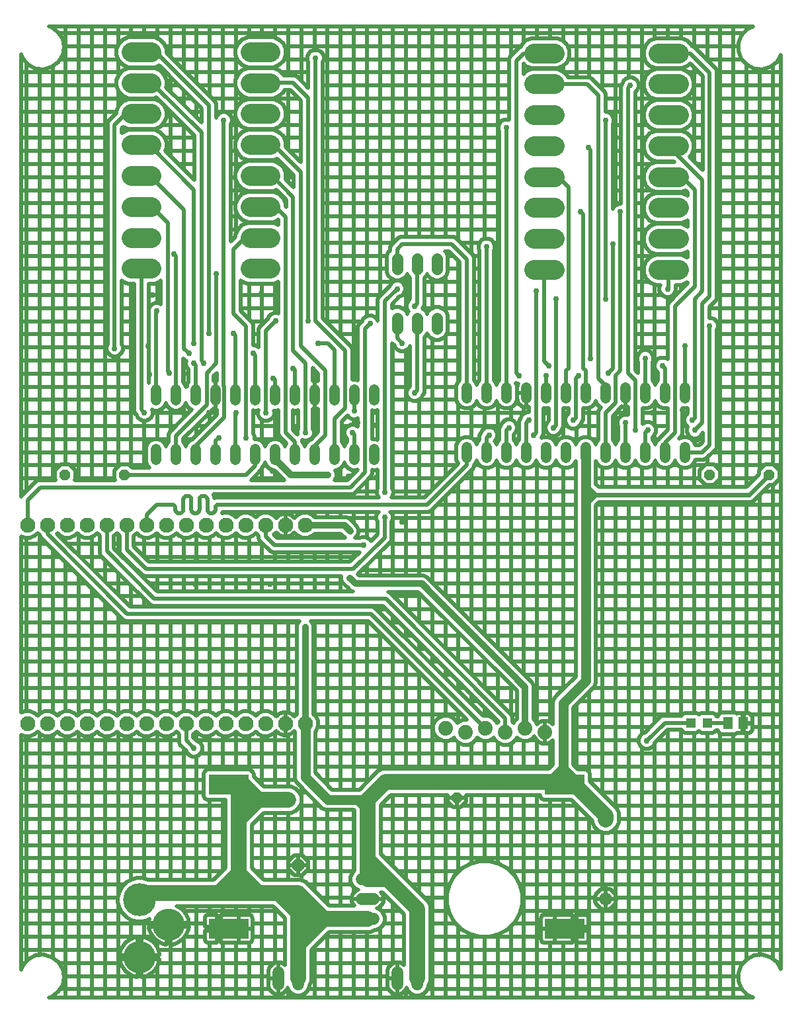
<source format=gbr>
G04 EAGLE Gerber RS-274X export*
G75*
%MOMM*%
%FSLAX34Y34*%
%LPD*%
%INTop Copper*%
%IPPOS*%
%AMOC8*
5,1,8,0,0,1.08239X$1,22.5*%
G01*
%ADD10P,1.732040X8X112.500000*%
%ADD11C,1.600200*%
%ADD12P,1.429621X8X292.500000*%
%ADD13C,1.320800*%
%ADD14C,1.676400*%
%ADD15C,1.320800*%
%ADD16C,4.216000*%
%ADD17C,4.114800*%
%ADD18C,1.524000*%
%ADD19C,1.422400*%
%ADD20R,1.200000X1.200000*%
%ADD21P,1.429621X8X202.500000*%
%ADD22P,1.429621X8X22.500000*%
%ADD23R,1.300000X1.500000*%
%ADD24C,1.930400*%
%ADD25C,2.550000*%
%ADD26R,2.540000X2.540000*%
%ADD27C,1.879600*%
%ADD28C,0.756400*%
%ADD29C,0.508000*%
%ADD30C,2.000000*%
%ADD31C,1.270000*%
%ADD32C,0.812800*%
%ADD33C,0.609600*%


D10*
X850900Y-1299845D03*
D11*
X850900Y-1335405D03*
D12*
X1054100Y-1213485D03*
D13*
X1054100Y-1193165D03*
D14*
X1244600Y-1343025D03*
X1244600Y-1241425D03*
X939800Y-1216025D03*
X838200Y-1216025D03*
D15*
X1346200Y-701929D02*
X1346200Y-688721D01*
X1320800Y-688721D02*
X1320800Y-701929D01*
X1295400Y-701929D02*
X1295400Y-688721D01*
X1270000Y-688721D02*
X1270000Y-701929D01*
X1244600Y-701929D02*
X1244600Y-688721D01*
X1219200Y-688721D02*
X1219200Y-701929D01*
X1193800Y-701929D02*
X1193800Y-688721D01*
X1168400Y-688721D02*
X1168400Y-701929D01*
X1143000Y-701929D02*
X1143000Y-688721D01*
X1117600Y-688721D02*
X1117600Y-701929D01*
X1092200Y-701929D02*
X1092200Y-688721D01*
X1066800Y-688721D02*
X1066800Y-701929D01*
X1066800Y-764921D02*
X1066800Y-778129D01*
X1092200Y-778129D02*
X1092200Y-764921D01*
X1117600Y-764921D02*
X1117600Y-778129D01*
X1143000Y-778129D02*
X1143000Y-764921D01*
X1168400Y-764921D02*
X1168400Y-778129D01*
X1193800Y-778129D02*
X1193800Y-764921D01*
X1219200Y-764921D02*
X1219200Y-778129D01*
X1244600Y-778129D02*
X1244600Y-764921D01*
X1270000Y-764921D02*
X1270000Y-778129D01*
X1295400Y-778129D02*
X1295400Y-764921D01*
X1320800Y-764921D02*
X1320800Y-778129D01*
X1346200Y-778129D02*
X1346200Y-764921D01*
X948500Y-704529D02*
X948500Y-691321D01*
X923100Y-691321D02*
X923100Y-704529D01*
X897700Y-704529D02*
X897700Y-691321D01*
X872300Y-691321D02*
X872300Y-704529D01*
X846900Y-704529D02*
X846900Y-691321D01*
X821500Y-691321D02*
X821500Y-704529D01*
X796100Y-704529D02*
X796100Y-691321D01*
X770700Y-691321D02*
X770700Y-704529D01*
X745300Y-704529D02*
X745300Y-691321D01*
X719900Y-691321D02*
X719900Y-704529D01*
X694500Y-704529D02*
X694500Y-691321D01*
X669100Y-691321D02*
X669100Y-704529D01*
X669100Y-767521D02*
X669100Y-780729D01*
X694500Y-780729D02*
X694500Y-767521D01*
X719900Y-767521D02*
X719900Y-780729D01*
X745300Y-780729D02*
X745300Y-767521D01*
X770700Y-767521D02*
X770700Y-780729D01*
X796100Y-780729D02*
X796100Y-767521D01*
X821500Y-767521D02*
X821500Y-780729D01*
X846900Y-780729D02*
X846900Y-767521D01*
X872300Y-767521D02*
X872300Y-780729D01*
X897700Y-780729D02*
X897700Y-767521D01*
X923100Y-767521D02*
X923100Y-780729D01*
X948500Y-780729D02*
X948500Y-767521D01*
D16*
X647700Y-1343947D03*
D17*
X647954Y-1417155D03*
X685316Y-1375725D03*
D18*
X850900Y-1437005D02*
X850900Y-1452245D01*
X825500Y-1452245D02*
X825500Y-1437005D01*
X1003300Y-1437005D02*
X1003300Y-1452245D01*
X977900Y-1452245D02*
X977900Y-1437005D01*
D19*
X1028600Y-613537D02*
X1028600Y-599313D01*
X1003200Y-599313D02*
X1003200Y-613537D01*
X977800Y-613537D02*
X977800Y-599313D01*
X1028700Y-537337D02*
X1028700Y-523113D01*
X1003300Y-523113D02*
X1003300Y-537337D01*
X977900Y-537337D02*
X977900Y-523113D01*
D20*
X1374709Y-1117473D03*
X1353709Y-1117473D03*
D21*
X1454150Y-800100D03*
X1377950Y-800100D03*
D22*
X552450Y-800100D03*
X628650Y-800100D03*
D23*
X1420622Y-1118083D03*
X1401622Y-1118083D03*
D18*
X947420Y-1368425D02*
X932180Y-1368425D01*
X932180Y-1343025D02*
X947420Y-1343025D01*
X947420Y-1317625D02*
X932180Y-1317625D01*
D24*
X859890Y-864725D03*
X834490Y-864725D03*
X809090Y-864725D03*
X783690Y-864725D03*
X758290Y-864725D03*
X732890Y-864725D03*
X707490Y-864725D03*
X682090Y-864725D03*
X656690Y-864725D03*
X631290Y-864725D03*
X605890Y-864725D03*
X580490Y-864725D03*
X555090Y-864725D03*
X529690Y-864725D03*
X504290Y-864725D03*
X859890Y-1118775D03*
X834490Y-1118775D03*
X809090Y-1118775D03*
X783690Y-1118775D03*
X758290Y-1118775D03*
X732890Y-1118775D03*
X707490Y-1118775D03*
X682090Y-1118775D03*
X656690Y-1118775D03*
X631290Y-1118775D03*
X605890Y-1118775D03*
X580490Y-1118775D03*
X555090Y-1118775D03*
X529690Y-1118775D03*
X504290Y-1118775D03*
D25*
X1153500Y-537775D02*
X1179000Y-537775D01*
X1179000Y-498175D02*
X1153500Y-498175D01*
X1153500Y-458575D02*
X1179000Y-458575D01*
X1179000Y-418975D02*
X1153500Y-418975D01*
X1153500Y-379375D02*
X1179000Y-379375D01*
X1179000Y-339775D02*
X1153500Y-339775D01*
X1153500Y-300175D02*
X1179000Y-300175D01*
X1179000Y-260575D02*
X1153500Y-260575D01*
X662950Y-536375D02*
X637450Y-536375D01*
X637450Y-496775D02*
X662950Y-496775D01*
X662950Y-457175D02*
X637450Y-457175D01*
X637450Y-417575D02*
X662950Y-417575D01*
X662950Y-377975D02*
X637450Y-377975D01*
X637450Y-338375D02*
X662950Y-338375D01*
X662950Y-298775D02*
X637450Y-298775D01*
X637450Y-259175D02*
X662950Y-259175D01*
X1312700Y-537775D02*
X1338200Y-537775D01*
X1338200Y-498175D02*
X1312700Y-498175D01*
X1312700Y-458575D02*
X1338200Y-458575D01*
X1338200Y-418975D02*
X1312700Y-418975D01*
X1312700Y-379375D02*
X1338200Y-379375D01*
X1338200Y-339775D02*
X1312700Y-339775D01*
X1312700Y-300175D02*
X1338200Y-300175D01*
X1338200Y-260575D02*
X1312700Y-260575D01*
X815650Y-536375D02*
X790150Y-536375D01*
X790150Y-496775D02*
X815650Y-496775D01*
X815650Y-457175D02*
X790150Y-457175D01*
X790150Y-417575D02*
X815650Y-417575D01*
X815650Y-377975D02*
X790150Y-377975D01*
X790150Y-338375D02*
X815650Y-338375D01*
X815650Y-298775D02*
X790150Y-298775D01*
X790150Y-259175D02*
X815650Y-259175D01*
D26*
X749300Y-1381125D03*
X1204800Y-1381125D03*
X1179500Y-1381125D03*
X774600Y-1381125D03*
X774600Y-1196625D03*
X749200Y-1196625D03*
X1205000Y-1196625D03*
X1179700Y-1196625D03*
D27*
X1167000Y-1129540D03*
X1141600Y-1124460D03*
X1116200Y-1129540D03*
X1090800Y-1124460D03*
X1065400Y-1129540D03*
X1040000Y-1124460D03*
D28*
X942975Y-606425D03*
D29*
X936625Y-612775D01*
X936625Y-796925D01*
X1346200Y-695325D02*
X1346200Y-635000D01*
D28*
X1346200Y-635000D03*
X984250Y-631825D03*
D29*
X977800Y-625375D01*
X977800Y-606425D01*
X936625Y-796925D02*
X917575Y-815975D01*
X504290Y-832385D02*
X504290Y-864725D01*
X520700Y-815975D02*
X917575Y-815975D01*
X520700Y-815975D02*
X504290Y-832385D01*
D28*
X962025Y-822325D03*
D29*
X962025Y-577850D02*
X977900Y-561975D01*
X962025Y-577850D02*
X962025Y-822325D01*
X961415Y-854812D02*
X961415Y-880313D01*
X920979Y-920750D01*
D28*
X961415Y-854812D03*
X977900Y-561975D03*
D29*
X920979Y-920750D02*
X656184Y-920750D01*
X631290Y-895856D02*
X631290Y-864725D01*
X631290Y-895856D02*
X656184Y-920750D01*
X1066800Y-787400D02*
X1066800Y-771525D01*
X1066800Y-787400D02*
X1016000Y-838200D01*
X656690Y-851435D02*
X656690Y-864725D01*
X669925Y-838200D02*
X689139Y-838200D01*
X689271Y-838202D01*
X689402Y-838208D01*
X689534Y-838218D01*
X689665Y-838231D01*
X689795Y-838249D01*
X689925Y-838270D01*
X690055Y-838295D01*
X690183Y-838324D01*
X690311Y-838357D01*
X690437Y-838394D01*
X690563Y-838434D01*
X690687Y-838478D01*
X690810Y-838526D01*
X690931Y-838577D01*
X691051Y-838632D01*
X691169Y-838690D01*
X691285Y-838752D01*
X691399Y-838818D01*
X691512Y-838886D01*
X691622Y-838958D01*
X691730Y-839033D01*
X691836Y-839112D01*
X691940Y-839193D01*
X692041Y-839278D01*
X692139Y-839365D01*
X692235Y-839456D01*
X692328Y-839549D01*
X692419Y-839645D01*
X692506Y-839743D01*
X692591Y-839844D01*
X692672Y-839948D01*
X692751Y-840054D01*
X692826Y-840162D01*
X692898Y-840272D01*
X692966Y-840385D01*
X693032Y-840499D01*
X693094Y-840615D01*
X693152Y-840733D01*
X693207Y-840853D01*
X693258Y-840974D01*
X693306Y-841097D01*
X693350Y-841221D01*
X693390Y-841347D01*
X693427Y-841473D01*
X693460Y-841601D01*
X693489Y-841729D01*
X693514Y-841859D01*
X693535Y-841989D01*
X693553Y-842119D01*
X693566Y-842250D01*
X693576Y-842382D01*
X693582Y-842513D01*
X693584Y-842645D01*
X693584Y-844692D01*
X693586Y-844824D01*
X693592Y-844955D01*
X693602Y-845087D01*
X693615Y-845218D01*
X693633Y-845348D01*
X693654Y-845478D01*
X693679Y-845608D01*
X693708Y-845736D01*
X693741Y-845864D01*
X693778Y-845990D01*
X693818Y-846116D01*
X693862Y-846240D01*
X693910Y-846363D01*
X693961Y-846484D01*
X694016Y-846604D01*
X694074Y-846722D01*
X694136Y-846838D01*
X694202Y-846952D01*
X694270Y-847065D01*
X694342Y-847175D01*
X694417Y-847283D01*
X694496Y-847389D01*
X694577Y-847493D01*
X694662Y-847594D01*
X694749Y-847692D01*
X694840Y-847788D01*
X694933Y-847881D01*
X695029Y-847972D01*
X695127Y-848059D01*
X695228Y-848144D01*
X695332Y-848225D01*
X695438Y-848304D01*
X695546Y-848379D01*
X695656Y-848451D01*
X695769Y-848519D01*
X695883Y-848585D01*
X695999Y-848647D01*
X696117Y-848705D01*
X696237Y-848760D01*
X696358Y-848811D01*
X696481Y-848859D01*
X696605Y-848903D01*
X696731Y-848943D01*
X696857Y-848980D01*
X696985Y-849013D01*
X697113Y-849042D01*
X697243Y-849067D01*
X697373Y-849088D01*
X697503Y-849106D01*
X697634Y-849119D01*
X697766Y-849129D01*
X697897Y-849135D01*
X698029Y-849137D01*
X699393Y-849137D01*
X699525Y-849135D01*
X699656Y-849129D01*
X699788Y-849119D01*
X699919Y-849106D01*
X700049Y-849088D01*
X700179Y-849067D01*
X700309Y-849042D01*
X700437Y-849013D01*
X700565Y-848980D01*
X700691Y-848943D01*
X700817Y-848903D01*
X700941Y-848859D01*
X701064Y-848811D01*
X701185Y-848760D01*
X701305Y-848705D01*
X701423Y-848647D01*
X701539Y-848585D01*
X701653Y-848519D01*
X701766Y-848451D01*
X701876Y-848379D01*
X701984Y-848304D01*
X702090Y-848225D01*
X702194Y-848144D01*
X702295Y-848059D01*
X702393Y-847972D01*
X702489Y-847881D01*
X702582Y-847788D01*
X702673Y-847692D01*
X702760Y-847594D01*
X702845Y-847493D01*
X702926Y-847389D01*
X703005Y-847283D01*
X703080Y-847175D01*
X703152Y-847065D01*
X703220Y-846952D01*
X703286Y-846838D01*
X703348Y-846722D01*
X703406Y-846604D01*
X703461Y-846484D01*
X703512Y-846363D01*
X703560Y-846240D01*
X703604Y-846116D01*
X703644Y-845990D01*
X703681Y-845864D01*
X703714Y-845736D01*
X703743Y-845608D01*
X703768Y-845478D01*
X703789Y-845348D01*
X703807Y-845218D01*
X703820Y-845087D01*
X703830Y-844955D01*
X703836Y-844824D01*
X703838Y-844692D01*
X703838Y-831708D01*
X703840Y-831576D01*
X703846Y-831445D01*
X703856Y-831313D01*
X703869Y-831182D01*
X703887Y-831052D01*
X703908Y-830922D01*
X703933Y-830792D01*
X703962Y-830664D01*
X703995Y-830536D01*
X704032Y-830410D01*
X704072Y-830284D01*
X704116Y-830160D01*
X704164Y-830037D01*
X704215Y-829916D01*
X704270Y-829796D01*
X704328Y-829678D01*
X704390Y-829562D01*
X704456Y-829448D01*
X704524Y-829335D01*
X704596Y-829225D01*
X704671Y-829117D01*
X704750Y-829011D01*
X704831Y-828907D01*
X704916Y-828806D01*
X705003Y-828708D01*
X705094Y-828612D01*
X705187Y-828519D01*
X705283Y-828428D01*
X705381Y-828341D01*
X705482Y-828256D01*
X705586Y-828175D01*
X705692Y-828096D01*
X705800Y-828021D01*
X705910Y-827949D01*
X706023Y-827881D01*
X706137Y-827815D01*
X706253Y-827753D01*
X706371Y-827695D01*
X706491Y-827640D01*
X706612Y-827589D01*
X706735Y-827541D01*
X706859Y-827497D01*
X706985Y-827457D01*
X707111Y-827420D01*
X707239Y-827387D01*
X707367Y-827358D01*
X707497Y-827333D01*
X707627Y-827312D01*
X707757Y-827294D01*
X707888Y-827281D01*
X708020Y-827271D01*
X708151Y-827265D01*
X708283Y-827263D01*
X709647Y-827263D01*
X709779Y-827265D01*
X709910Y-827271D01*
X710042Y-827281D01*
X710173Y-827294D01*
X710303Y-827312D01*
X710433Y-827333D01*
X710563Y-827358D01*
X710691Y-827387D01*
X710819Y-827420D01*
X710945Y-827457D01*
X711071Y-827497D01*
X711195Y-827541D01*
X711318Y-827589D01*
X711439Y-827640D01*
X711559Y-827695D01*
X711677Y-827753D01*
X711793Y-827815D01*
X711907Y-827881D01*
X712020Y-827949D01*
X712130Y-828021D01*
X712238Y-828096D01*
X712344Y-828175D01*
X712448Y-828256D01*
X712549Y-828341D01*
X712647Y-828428D01*
X712743Y-828519D01*
X712836Y-828612D01*
X712927Y-828708D01*
X713014Y-828806D01*
X713099Y-828907D01*
X713180Y-829011D01*
X713259Y-829117D01*
X713334Y-829225D01*
X713406Y-829335D01*
X713474Y-829448D01*
X713540Y-829562D01*
X713602Y-829678D01*
X713660Y-829796D01*
X713715Y-829916D01*
X713766Y-830037D01*
X713814Y-830160D01*
X713858Y-830284D01*
X713898Y-830410D01*
X713935Y-830536D01*
X713968Y-830664D01*
X713997Y-830792D01*
X714022Y-830922D01*
X714043Y-831052D01*
X714061Y-831182D01*
X714074Y-831313D01*
X714084Y-831445D01*
X714090Y-831576D01*
X714092Y-831708D01*
X714092Y-844692D01*
X714094Y-844824D01*
X714100Y-844955D01*
X714110Y-845087D01*
X714123Y-845218D01*
X714141Y-845348D01*
X714162Y-845478D01*
X714187Y-845608D01*
X714216Y-845736D01*
X714249Y-845864D01*
X714286Y-845990D01*
X714326Y-846116D01*
X714370Y-846240D01*
X714418Y-846363D01*
X714469Y-846484D01*
X714524Y-846604D01*
X714582Y-846722D01*
X714644Y-846838D01*
X714710Y-846952D01*
X714778Y-847065D01*
X714850Y-847175D01*
X714925Y-847283D01*
X715004Y-847389D01*
X715085Y-847493D01*
X715170Y-847594D01*
X715257Y-847692D01*
X715348Y-847788D01*
X715441Y-847881D01*
X715537Y-847972D01*
X715635Y-848059D01*
X715736Y-848144D01*
X715840Y-848225D01*
X715946Y-848304D01*
X716054Y-848379D01*
X716164Y-848451D01*
X716277Y-848519D01*
X716391Y-848585D01*
X716507Y-848647D01*
X716625Y-848705D01*
X716745Y-848760D01*
X716866Y-848811D01*
X716989Y-848859D01*
X717113Y-848903D01*
X717239Y-848943D01*
X717365Y-848980D01*
X717493Y-849013D01*
X717621Y-849042D01*
X717751Y-849067D01*
X717881Y-849088D01*
X718011Y-849106D01*
X718142Y-849119D01*
X718274Y-849129D01*
X718405Y-849135D01*
X718537Y-849137D01*
X719901Y-849137D01*
X720033Y-849135D01*
X720164Y-849129D01*
X720296Y-849119D01*
X720427Y-849106D01*
X720557Y-849088D01*
X720687Y-849067D01*
X720817Y-849042D01*
X720945Y-849013D01*
X721073Y-848980D01*
X721199Y-848943D01*
X721325Y-848903D01*
X721449Y-848859D01*
X721572Y-848811D01*
X721693Y-848760D01*
X721813Y-848705D01*
X721931Y-848647D01*
X722047Y-848585D01*
X722161Y-848519D01*
X722274Y-848451D01*
X722384Y-848379D01*
X722492Y-848304D01*
X722598Y-848225D01*
X722702Y-848144D01*
X722803Y-848059D01*
X722901Y-847972D01*
X722997Y-847881D01*
X723090Y-847788D01*
X723181Y-847692D01*
X723268Y-847594D01*
X723353Y-847493D01*
X723434Y-847389D01*
X723513Y-847283D01*
X723588Y-847175D01*
X723660Y-847065D01*
X723728Y-846952D01*
X723794Y-846838D01*
X723856Y-846722D01*
X723914Y-846604D01*
X723969Y-846484D01*
X724020Y-846363D01*
X724068Y-846240D01*
X724112Y-846116D01*
X724152Y-845990D01*
X724189Y-845864D01*
X724222Y-845736D01*
X724251Y-845608D01*
X724276Y-845478D01*
X724297Y-845348D01*
X724315Y-845218D01*
X724328Y-845087D01*
X724338Y-844955D01*
X724344Y-844824D01*
X724346Y-844692D01*
X724346Y-831708D01*
X724348Y-831576D01*
X724354Y-831445D01*
X724364Y-831313D01*
X724377Y-831182D01*
X724395Y-831052D01*
X724416Y-830922D01*
X724441Y-830792D01*
X724470Y-830664D01*
X724503Y-830536D01*
X724540Y-830410D01*
X724580Y-830284D01*
X724624Y-830160D01*
X724672Y-830037D01*
X724723Y-829916D01*
X724778Y-829796D01*
X724836Y-829678D01*
X724898Y-829562D01*
X724964Y-829448D01*
X725032Y-829335D01*
X725104Y-829225D01*
X725179Y-829117D01*
X725258Y-829011D01*
X725339Y-828907D01*
X725424Y-828806D01*
X725511Y-828708D01*
X725602Y-828612D01*
X725695Y-828519D01*
X725791Y-828428D01*
X725889Y-828341D01*
X725990Y-828256D01*
X726094Y-828175D01*
X726200Y-828096D01*
X726308Y-828021D01*
X726418Y-827949D01*
X726531Y-827881D01*
X726645Y-827815D01*
X726761Y-827753D01*
X726879Y-827695D01*
X726999Y-827640D01*
X727120Y-827589D01*
X727243Y-827541D01*
X727367Y-827497D01*
X727493Y-827457D01*
X727619Y-827420D01*
X727747Y-827387D01*
X727875Y-827358D01*
X728005Y-827333D01*
X728135Y-827312D01*
X728265Y-827294D01*
X728396Y-827281D01*
X728528Y-827271D01*
X728659Y-827265D01*
X728791Y-827263D01*
X730156Y-827263D01*
X730288Y-827265D01*
X730419Y-827271D01*
X730551Y-827281D01*
X730682Y-827294D01*
X730812Y-827312D01*
X730942Y-827333D01*
X731072Y-827358D01*
X731200Y-827387D01*
X731328Y-827420D01*
X731454Y-827457D01*
X731580Y-827497D01*
X731704Y-827541D01*
X731827Y-827589D01*
X731948Y-827640D01*
X732068Y-827695D01*
X732186Y-827753D01*
X732302Y-827815D01*
X732416Y-827881D01*
X732529Y-827949D01*
X732639Y-828021D01*
X732747Y-828096D01*
X732853Y-828175D01*
X732957Y-828256D01*
X733058Y-828341D01*
X733156Y-828428D01*
X733252Y-828519D01*
X733345Y-828612D01*
X733436Y-828708D01*
X733523Y-828806D01*
X733608Y-828907D01*
X733689Y-829011D01*
X733768Y-829117D01*
X733843Y-829225D01*
X733915Y-829335D01*
X733983Y-829448D01*
X734049Y-829562D01*
X734111Y-829678D01*
X734169Y-829796D01*
X734224Y-829916D01*
X734275Y-830037D01*
X734323Y-830160D01*
X734367Y-830284D01*
X734407Y-830410D01*
X734444Y-830536D01*
X734477Y-830664D01*
X734506Y-830792D01*
X734531Y-830922D01*
X734552Y-831052D01*
X734570Y-831182D01*
X734583Y-831313D01*
X734593Y-831445D01*
X734599Y-831576D01*
X734601Y-831708D01*
X734601Y-844692D01*
X734603Y-844824D01*
X734609Y-844955D01*
X734619Y-845087D01*
X734632Y-845218D01*
X734650Y-845348D01*
X734671Y-845478D01*
X734696Y-845608D01*
X734725Y-845736D01*
X734758Y-845864D01*
X734795Y-845990D01*
X734835Y-846116D01*
X734879Y-846240D01*
X734927Y-846363D01*
X734978Y-846484D01*
X735033Y-846604D01*
X735091Y-846722D01*
X735153Y-846838D01*
X735219Y-846952D01*
X735287Y-847065D01*
X735359Y-847175D01*
X735434Y-847283D01*
X735513Y-847389D01*
X735594Y-847493D01*
X735679Y-847594D01*
X735766Y-847692D01*
X735857Y-847788D01*
X735950Y-847881D01*
X736046Y-847972D01*
X736144Y-848059D01*
X736245Y-848144D01*
X736349Y-848225D01*
X736455Y-848304D01*
X736563Y-848379D01*
X736673Y-848451D01*
X736786Y-848519D01*
X736900Y-848585D01*
X737016Y-848647D01*
X737134Y-848705D01*
X737254Y-848760D01*
X737375Y-848811D01*
X737498Y-848859D01*
X737622Y-848903D01*
X737748Y-848943D01*
X737874Y-848980D01*
X738002Y-849013D01*
X738130Y-849042D01*
X738260Y-849067D01*
X738390Y-849088D01*
X738520Y-849106D01*
X738651Y-849119D01*
X738783Y-849129D01*
X738914Y-849135D01*
X739046Y-849137D01*
X740410Y-849137D01*
X740542Y-849135D01*
X740673Y-849129D01*
X740805Y-849119D01*
X740936Y-849106D01*
X741066Y-849088D01*
X741196Y-849067D01*
X741326Y-849042D01*
X741454Y-849013D01*
X741582Y-848980D01*
X741708Y-848943D01*
X741834Y-848903D01*
X741958Y-848859D01*
X742081Y-848811D01*
X742202Y-848760D01*
X742322Y-848705D01*
X742440Y-848647D01*
X742556Y-848585D01*
X742670Y-848519D01*
X742783Y-848451D01*
X742893Y-848379D01*
X743001Y-848304D01*
X743107Y-848225D01*
X743211Y-848144D01*
X743312Y-848059D01*
X743410Y-847972D01*
X743506Y-847881D01*
X743599Y-847788D01*
X743690Y-847692D01*
X743777Y-847594D01*
X743862Y-847493D01*
X743943Y-847389D01*
X744022Y-847283D01*
X744097Y-847175D01*
X744169Y-847065D01*
X744237Y-846952D01*
X744303Y-846838D01*
X744365Y-846722D01*
X744423Y-846604D01*
X744478Y-846484D01*
X744529Y-846363D01*
X744577Y-846240D01*
X744621Y-846116D01*
X744661Y-845990D01*
X744698Y-845864D01*
X744731Y-845736D01*
X744760Y-845608D01*
X744785Y-845478D01*
X744806Y-845348D01*
X744824Y-845218D01*
X744837Y-845087D01*
X744847Y-844955D01*
X744853Y-844824D01*
X744855Y-844692D01*
X744855Y-842645D01*
X744857Y-842513D01*
X744863Y-842382D01*
X744873Y-842250D01*
X744886Y-842119D01*
X744904Y-841989D01*
X744925Y-841859D01*
X744950Y-841729D01*
X744979Y-841601D01*
X745012Y-841473D01*
X745049Y-841347D01*
X745089Y-841221D01*
X745133Y-841097D01*
X745181Y-840974D01*
X745232Y-840853D01*
X745287Y-840733D01*
X745345Y-840615D01*
X745407Y-840499D01*
X745473Y-840385D01*
X745541Y-840272D01*
X745613Y-840162D01*
X745688Y-840054D01*
X745767Y-839948D01*
X745848Y-839844D01*
X745933Y-839743D01*
X746020Y-839645D01*
X746111Y-839549D01*
X746204Y-839456D01*
X746300Y-839365D01*
X746398Y-839278D01*
X746499Y-839193D01*
X746603Y-839112D01*
X746709Y-839033D01*
X746817Y-838958D01*
X746927Y-838886D01*
X747040Y-838818D01*
X747154Y-838752D01*
X747270Y-838690D01*
X747388Y-838632D01*
X747508Y-838577D01*
X747629Y-838526D01*
X747752Y-838478D01*
X747876Y-838434D01*
X748002Y-838394D01*
X748128Y-838357D01*
X748256Y-838324D01*
X748384Y-838295D01*
X748514Y-838270D01*
X748644Y-838249D01*
X748774Y-838231D01*
X748905Y-838218D01*
X749037Y-838208D01*
X749168Y-838202D01*
X749300Y-838200D01*
X1016000Y-838200D01*
X669925Y-838200D02*
X656690Y-851435D01*
D28*
X935126Y-890219D03*
D29*
X820369Y-890219D01*
X809090Y-878940D02*
X809090Y-864725D01*
X809090Y-878940D02*
X820369Y-890219D01*
X1066800Y-523875D02*
X1047750Y-504825D01*
X984250Y-504825D01*
X977900Y-511175D01*
X1066800Y-523875D02*
X1066800Y-695325D01*
X977900Y-530225D02*
X977900Y-511175D01*
X1169120Y-733892D02*
X1167539Y-737709D01*
X1167539Y-741841D01*
X1169120Y-745658D01*
X1172042Y-748580D01*
X1175859Y-750161D01*
X1179991Y-750161D01*
X1183808Y-748580D01*
X1186730Y-745658D01*
X1187972Y-742660D01*
X1188852Y-741780D01*
X1190244Y-738419D01*
X1190244Y-714752D01*
X1191173Y-715137D01*
X1196427Y-715137D01*
X1197356Y-714752D01*
X1197356Y-721531D01*
X1194520Y-724367D01*
X1192939Y-728184D01*
X1192939Y-732316D01*
X1194520Y-736133D01*
X1197442Y-739055D01*
X1201259Y-740636D01*
X1205391Y-740636D01*
X1209208Y-739055D01*
X1212130Y-736133D01*
X1213372Y-733135D01*
X1214252Y-732255D01*
X1215644Y-728894D01*
X1215644Y-714752D01*
X1216573Y-715137D01*
X1221827Y-715137D01*
X1226682Y-713126D01*
X1230397Y-709411D01*
X1231900Y-705783D01*
X1233403Y-709411D01*
X1237118Y-713126D01*
X1238638Y-713756D01*
X1236848Y-715545D01*
X1235456Y-718906D01*
X1235456Y-755386D01*
X1233403Y-757439D01*
X1231900Y-761067D01*
X1230397Y-757439D01*
X1226682Y-753724D01*
X1221827Y-751713D01*
X1216573Y-751713D01*
X1211718Y-753724D01*
X1208003Y-757439D01*
X1206500Y-761067D01*
X1204997Y-757439D01*
X1201282Y-753724D01*
X1196427Y-751713D01*
X1191173Y-751713D01*
X1186318Y-753724D01*
X1182603Y-757439D01*
X1181100Y-761067D01*
X1179597Y-757439D01*
X1175882Y-753724D01*
X1171027Y-751713D01*
X1165773Y-751713D01*
X1162145Y-753216D01*
X1162572Y-752185D01*
X1163452Y-751305D01*
X1164844Y-747944D01*
X1164844Y-714752D01*
X1165773Y-715137D01*
X1171027Y-715137D01*
X1171956Y-714752D01*
X1171956Y-731056D01*
X1169120Y-733892D01*
X1345339Y-728184D02*
X1346920Y-724367D01*
X1345339Y-728184D02*
X1345339Y-732316D01*
X1346920Y-736133D01*
X1349439Y-738652D01*
X1348514Y-740884D01*
X1348514Y-745016D01*
X1350095Y-748833D01*
X1353017Y-751755D01*
X1356834Y-753336D01*
X1360966Y-753336D01*
X1364783Y-751755D01*
X1367705Y-748833D01*
X1368806Y-746175D01*
X1368806Y-758212D01*
X1364637Y-762381D01*
X1359408Y-762381D01*
X1359408Y-762294D01*
X1357397Y-757439D01*
X1353682Y-753724D01*
X1348827Y-751713D01*
X1343573Y-751713D01*
X1338914Y-753643D01*
X1341252Y-751305D01*
X1342644Y-747944D01*
X1342644Y-714752D01*
X1343573Y-715137D01*
X1348827Y-715137D01*
X1349756Y-714752D01*
X1349756Y-721531D01*
X1346920Y-724367D01*
X1298027Y-715137D02*
X1292773Y-715137D01*
X1298027Y-715137D02*
X1302882Y-713126D01*
X1306597Y-709411D01*
X1308100Y-705783D01*
X1309603Y-709411D01*
X1313318Y-713126D01*
X1318173Y-715137D01*
X1323427Y-715137D01*
X1324356Y-714752D01*
X1324356Y-742337D01*
X1315620Y-751073D01*
X1313048Y-753645D01*
X1312802Y-754240D01*
X1309603Y-757439D01*
X1308100Y-761067D01*
X1306597Y-757439D01*
X1304544Y-755386D01*
X1304544Y-751669D01*
X1307380Y-748833D01*
X1308961Y-745016D01*
X1308961Y-740884D01*
X1307380Y-737067D01*
X1304458Y-734145D01*
X1300641Y-732564D01*
X1296509Y-732564D01*
X1292692Y-734145D01*
X1291844Y-734993D01*
X1291844Y-714752D01*
X1292773Y-715137D01*
X1272066Y-723039D02*
X1267934Y-723039D01*
X1264117Y-724620D01*
X1261195Y-727542D01*
X1259614Y-731359D01*
X1259614Y-735491D01*
X1260856Y-738489D01*
X1260856Y-755386D01*
X1258803Y-757439D01*
X1257300Y-761067D01*
X1255797Y-757439D01*
X1253744Y-755386D01*
X1253744Y-724513D01*
X1262480Y-715777D01*
X1262480Y-715777D01*
X1265052Y-713205D01*
X1265286Y-712640D01*
X1265515Y-712757D01*
X1267264Y-713325D01*
X1269080Y-713613D01*
X1270000Y-713613D01*
X1270000Y-695325D01*
X1270000Y-695325D01*
X1270000Y-713613D01*
X1270920Y-713613D01*
X1272736Y-713325D01*
X1273556Y-713059D01*
X1273556Y-723656D01*
X1272066Y-723039D01*
X951127Y-754313D02*
X945873Y-754313D01*
X945769Y-754356D01*
X945769Y-717694D01*
X945873Y-717737D01*
X951127Y-717737D01*
X952881Y-717011D01*
X952881Y-755039D01*
X951127Y-754313D01*
X1197280Y-1378585D02*
X1197280Y-1380915D01*
X1197280Y-1378585D02*
X1202260Y-1378585D01*
X1202260Y-1383665D01*
X1197280Y-1383665D01*
X1197280Y-1381335D01*
X1179710Y-1381335D01*
X1179710Y-1380915D01*
X1197280Y-1380915D01*
X756820Y-1381335D02*
X756820Y-1383665D01*
X751840Y-1383665D01*
X751840Y-1378585D01*
X756820Y-1378585D01*
X756820Y-1380915D01*
X774390Y-1380915D01*
X774390Y-1381335D01*
X756820Y-1381335D01*
X786300Y-318129D02*
X819500Y-318129D01*
X826613Y-315183D01*
X832058Y-309738D01*
X832946Y-307594D01*
X840762Y-307594D01*
X854456Y-321288D01*
X854456Y-400199D01*
X835004Y-380747D01*
X835004Y-374125D01*
X832058Y-367012D01*
X826613Y-361567D01*
X819500Y-358621D01*
X786300Y-358621D01*
X779187Y-361567D01*
X773742Y-367012D01*
X770796Y-374125D01*
X770796Y-381825D01*
X773742Y-388938D01*
X779187Y-394383D01*
X786300Y-397329D01*
X819500Y-397329D01*
X823900Y-395506D01*
X844931Y-416538D01*
X844931Y-431949D01*
X834829Y-421847D01*
X835004Y-421425D01*
X835004Y-413725D01*
X832058Y-406612D01*
X826613Y-401167D01*
X819500Y-398221D01*
X786300Y-398221D01*
X779187Y-401167D01*
X773742Y-406612D01*
X770796Y-413725D01*
X770796Y-421425D01*
X773742Y-428538D01*
X779187Y-433983D01*
X786300Y-436929D01*
X819500Y-436929D01*
X822715Y-435597D01*
X835406Y-448288D01*
X835406Y-457349D01*
X835004Y-456947D01*
X835004Y-453325D01*
X832058Y-446212D01*
X826613Y-440767D01*
X819500Y-437821D01*
X786300Y-437821D01*
X779187Y-440767D01*
X773742Y-446212D01*
X770796Y-453325D01*
X770796Y-461025D01*
X773742Y-468138D01*
X779187Y-473583D01*
X786300Y-476529D01*
X819500Y-476529D01*
X825881Y-473886D01*
X825881Y-480064D01*
X819500Y-477421D01*
X786300Y-477421D01*
X779187Y-480367D01*
X773742Y-485812D01*
X770796Y-492925D01*
X770796Y-495797D01*
X764794Y-501799D01*
X764794Y-351139D01*
X766036Y-348141D01*
X766036Y-344009D01*
X764455Y-340192D01*
X761533Y-337270D01*
X757716Y-335689D01*
X753584Y-335689D01*
X749767Y-337270D01*
X746845Y-340192D01*
X745744Y-342850D01*
X745744Y-325206D01*
X744352Y-321845D01*
X741780Y-319273D01*
X682304Y-259797D01*
X682304Y-255325D01*
X679358Y-248212D01*
X673913Y-242767D01*
X666800Y-239821D01*
X633600Y-239821D01*
X626487Y-242767D01*
X621042Y-248212D01*
X618096Y-255325D01*
X618096Y-263025D01*
X621042Y-270138D01*
X626487Y-275583D01*
X633600Y-278529D01*
X666800Y-278529D01*
X672720Y-276077D01*
X727456Y-330813D01*
X727456Y-349399D01*
X681829Y-303772D01*
X682304Y-302625D01*
X682304Y-294925D01*
X679358Y-287812D01*
X673913Y-282367D01*
X666800Y-279421D01*
X633600Y-279421D01*
X626487Y-282367D01*
X621042Y-287812D01*
X618096Y-294925D01*
X618096Y-302625D01*
X621042Y-309738D01*
X626487Y-315183D01*
X633600Y-318129D01*
X666800Y-318129D01*
X669291Y-317097D01*
X717931Y-365738D01*
X717931Y-422424D01*
X680848Y-385341D01*
X682304Y-381825D01*
X682304Y-374125D01*
X679358Y-367012D01*
X673913Y-361567D01*
X666800Y-358621D01*
X633600Y-358621D01*
X626487Y-361567D01*
X625094Y-362960D01*
X625094Y-356213D01*
X626513Y-354793D01*
X633600Y-357729D01*
X666800Y-357729D01*
X673913Y-354783D01*
X679358Y-349338D01*
X682304Y-342225D01*
X682304Y-334525D01*
X679358Y-327412D01*
X673913Y-321967D01*
X666800Y-319021D01*
X633600Y-319021D01*
X626487Y-321967D01*
X621042Y-327412D01*
X618096Y-334525D01*
X618096Y-337347D01*
X608198Y-347245D01*
X606806Y-350606D01*
X606806Y-633111D01*
X605564Y-636109D01*
X605564Y-640241D01*
X607145Y-644058D01*
X610067Y-646980D01*
X613884Y-648561D01*
X618016Y-648561D01*
X621833Y-646980D01*
X624755Y-644058D01*
X626336Y-640241D01*
X626336Y-636109D01*
X625094Y-633111D01*
X625094Y-551390D01*
X626487Y-552783D01*
X633600Y-555729D01*
X641056Y-555729D01*
X641056Y-718694D01*
X642448Y-722055D01*
X644003Y-723610D01*
X645245Y-726608D01*
X648167Y-729530D01*
X651984Y-731111D01*
X656116Y-731111D01*
X659933Y-729530D01*
X662855Y-726608D01*
X664436Y-722791D01*
X664436Y-718659D01*
X663553Y-716528D01*
X666473Y-717737D01*
X671727Y-717737D01*
X676582Y-715726D01*
X680297Y-712011D01*
X681800Y-708383D01*
X683303Y-712011D01*
X687018Y-715726D01*
X691873Y-717737D01*
X697127Y-717737D01*
X701982Y-715726D01*
X705697Y-712011D01*
X707200Y-708383D01*
X708703Y-712011D01*
X712418Y-715726D01*
X714928Y-716766D01*
X689320Y-742373D01*
X689320Y-742373D01*
X686748Y-744945D01*
X685356Y-748306D01*
X685356Y-757986D01*
X683303Y-760039D01*
X681800Y-763667D01*
X680297Y-760039D01*
X676582Y-756324D01*
X671727Y-754313D01*
X666473Y-754313D01*
X661618Y-756324D01*
X657903Y-760039D01*
X655892Y-764894D01*
X655892Y-783356D01*
X657903Y-788211D01*
X660648Y-790956D01*
X638185Y-790956D01*
X634121Y-786892D01*
X623179Y-786892D01*
X615442Y-794629D01*
X615442Y-805571D01*
X616702Y-806831D01*
X564398Y-806831D01*
X565658Y-805571D01*
X565658Y-794629D01*
X557921Y-786892D01*
X546979Y-786892D01*
X539242Y-794629D01*
X539242Y-805571D01*
X540502Y-806831D01*
X518881Y-806831D01*
X515520Y-808223D01*
X496538Y-827205D01*
X496062Y-828355D01*
X496062Y-261670D01*
X498401Y-267708D01*
X498401Y-267708D01*
X505448Y-275438D01*
X505448Y-275438D01*
X514811Y-280100D01*
X514811Y-280100D01*
X525226Y-281066D01*
X525226Y-281066D01*
X535287Y-278203D01*
X535287Y-278203D01*
X543634Y-271900D01*
X543634Y-271900D01*
X549140Y-263007D01*
X551062Y-252725D01*
X551062Y-252725D01*
X549140Y-242443D01*
X549140Y-242443D01*
X543634Y-233550D01*
X543634Y-233550D01*
X543634Y-233550D01*
X535287Y-227247D01*
X535287Y-227247D01*
X531561Y-226187D01*
X1433129Y-226187D01*
X1425448Y-230012D01*
X1425448Y-230012D01*
X1418401Y-237742D01*
X1418401Y-237742D01*
X1414623Y-247495D01*
X1414623Y-257955D01*
X1418401Y-267708D01*
X1418401Y-267708D01*
X1425448Y-275438D01*
X1425448Y-275438D01*
X1434811Y-280100D01*
X1434811Y-280100D01*
X1445226Y-281066D01*
X1445226Y-281066D01*
X1455287Y-278203D01*
X1455287Y-278203D01*
X1463634Y-271900D01*
X1463634Y-271900D01*
X1463634Y-271900D01*
X1469138Y-263010D01*
X1469138Y-1432440D01*
X1463634Y-1423550D01*
X1463634Y-1423550D01*
X1463634Y-1423550D01*
X1455287Y-1417247D01*
X1455287Y-1417247D01*
X1445226Y-1414384D01*
X1445226Y-1414384D01*
X1434811Y-1415350D01*
X1434811Y-1415350D01*
X1425448Y-1420012D01*
X1425448Y-1420012D01*
X1425448Y-1420012D01*
X1418401Y-1427742D01*
X1418401Y-1427742D01*
X1414623Y-1437495D01*
X1414623Y-1447955D01*
X1418401Y-1457708D01*
X1418401Y-1457708D01*
X1425448Y-1465438D01*
X1425448Y-1465438D01*
X1433129Y-1469263D01*
X531561Y-1469263D01*
X535287Y-1468203D01*
X535287Y-1468203D01*
X543634Y-1461900D01*
X543634Y-1461900D01*
X543634Y-1461900D01*
X549140Y-1453007D01*
X549140Y-1453007D01*
X551062Y-1442725D01*
X549140Y-1432443D01*
X549140Y-1432443D01*
X543634Y-1423550D01*
X543634Y-1423550D01*
X543634Y-1423550D01*
X535287Y-1417247D01*
X535287Y-1417247D01*
X525226Y-1414384D01*
X525226Y-1414384D01*
X514811Y-1415350D01*
X514811Y-1415350D01*
X505448Y-1420012D01*
X505448Y-1420012D01*
X498401Y-1427742D01*
X498401Y-1427742D01*
X496062Y-1433780D01*
X496062Y-1132962D01*
X501056Y-1135031D01*
X507524Y-1135031D01*
X513498Y-1132556D01*
X516990Y-1129064D01*
X520482Y-1132556D01*
X526456Y-1135031D01*
X532924Y-1135031D01*
X538898Y-1132556D01*
X542390Y-1129064D01*
X545882Y-1132556D01*
X551856Y-1135031D01*
X558324Y-1135031D01*
X564298Y-1132556D01*
X567790Y-1129064D01*
X571282Y-1132556D01*
X577256Y-1135031D01*
X583724Y-1135031D01*
X589698Y-1132556D01*
X593190Y-1129064D01*
X596682Y-1132556D01*
X602656Y-1135031D01*
X609124Y-1135031D01*
X615098Y-1132556D01*
X618590Y-1129064D01*
X622082Y-1132556D01*
X628056Y-1135031D01*
X634524Y-1135031D01*
X640498Y-1132556D01*
X643990Y-1129064D01*
X647482Y-1132556D01*
X653456Y-1135031D01*
X659924Y-1135031D01*
X665898Y-1132556D01*
X669390Y-1129064D01*
X672882Y-1132556D01*
X678856Y-1135031D01*
X685324Y-1135031D01*
X691298Y-1132556D01*
X694790Y-1129064D01*
X698282Y-1132556D01*
X698346Y-1132583D01*
X698346Y-1141998D01*
X699738Y-1145359D01*
X707503Y-1153124D01*
X708745Y-1156122D01*
X711667Y-1159044D01*
X715484Y-1160625D01*
X719616Y-1160625D01*
X723433Y-1159044D01*
X726355Y-1156122D01*
X727936Y-1152305D01*
X727936Y-1148173D01*
X726355Y-1144356D01*
X723433Y-1141434D01*
X720435Y-1140192D01*
X716634Y-1136391D01*
X716634Y-1132583D01*
X716698Y-1132556D01*
X720190Y-1129064D01*
X723682Y-1132556D01*
X729656Y-1135031D01*
X736124Y-1135031D01*
X742098Y-1132556D01*
X745590Y-1129064D01*
X749082Y-1132556D01*
X755056Y-1135031D01*
X761524Y-1135031D01*
X767498Y-1132556D01*
X770990Y-1129064D01*
X774482Y-1132556D01*
X780456Y-1135031D01*
X786924Y-1135031D01*
X792898Y-1132556D01*
X796390Y-1129064D01*
X799882Y-1132556D01*
X805856Y-1135031D01*
X812324Y-1135031D01*
X818298Y-1132556D01*
X822871Y-1127983D01*
X822907Y-1127896D01*
X823253Y-1128372D01*
X824893Y-1130012D01*
X826769Y-1131375D01*
X828835Y-1132428D01*
X831040Y-1133144D01*
X833331Y-1133507D01*
X834490Y-1133507D01*
X834490Y-1118775D01*
X834490Y-1118775D01*
X834490Y-1133507D01*
X835649Y-1133507D01*
X837940Y-1133144D01*
X840145Y-1132428D01*
X842211Y-1131375D01*
X844087Y-1130012D01*
X845727Y-1128372D01*
X846073Y-1127896D01*
X846109Y-1127983D01*
X846936Y-1128810D01*
X846936Y-1189492D01*
X848908Y-1194253D01*
X881662Y-1227007D01*
X886423Y-1228979D01*
X921734Y-1228979D01*
X923196Y-1230441D01*
X923196Y-1306493D01*
X920121Y-1309568D01*
X917956Y-1314796D01*
X917956Y-1320454D01*
X920121Y-1325682D01*
X924123Y-1329684D01*
X927648Y-1331144D01*
X927305Y-1331255D01*
X925524Y-1332163D01*
X923907Y-1333338D01*
X922493Y-1334752D01*
X921318Y-1336369D01*
X920410Y-1338150D01*
X919793Y-1340051D01*
X919480Y-1342025D01*
X919480Y-1343025D01*
X939800Y-1343025D01*
X939800Y-1343025D01*
X919480Y-1343025D01*
X919480Y-1344025D01*
X919793Y-1345999D01*
X920410Y-1347900D01*
X921318Y-1349681D01*
X922493Y-1351298D01*
X923016Y-1351821D01*
X890798Y-1351821D01*
X860305Y-1321329D01*
X854203Y-1318801D01*
X806978Y-1318801D01*
X791304Y-1303127D01*
X791304Y-1248303D01*
X806978Y-1232629D01*
X841503Y-1232629D01*
X847605Y-1230101D01*
X852276Y-1225430D01*
X854804Y-1219328D01*
X854804Y-1212722D01*
X852276Y-1206620D01*
X847605Y-1201949D01*
X841503Y-1199421D01*
X806978Y-1199421D01*
X793904Y-1186347D01*
X793904Y-1182611D01*
X792899Y-1180184D01*
X791041Y-1178326D01*
X788614Y-1177321D01*
X735186Y-1177321D01*
X732759Y-1178326D01*
X730901Y-1180184D01*
X729896Y-1182611D01*
X729896Y-1210639D01*
X730901Y-1213066D01*
X732759Y-1214924D01*
X735186Y-1215929D01*
X758096Y-1215929D01*
X758096Y-1303127D01*
X742422Y-1318801D01*
X659514Y-1318801D01*
X658386Y-1318150D01*
X651345Y-1316263D01*
X644055Y-1316263D01*
X637014Y-1318150D01*
X630702Y-1321794D01*
X625547Y-1326949D01*
X621903Y-1333261D01*
X620016Y-1340302D01*
X620016Y-1347592D01*
X621903Y-1354633D01*
X625547Y-1360945D01*
X630702Y-1366100D01*
X637014Y-1369744D01*
X644055Y-1371631D01*
X651345Y-1371631D01*
X658386Y-1369744D01*
X660696Y-1368410D01*
X660626Y-1368612D01*
X659985Y-1371421D01*
X659786Y-1373185D01*
X682776Y-1373185D01*
X682776Y-1378265D01*
X659786Y-1378265D01*
X659985Y-1380029D01*
X660626Y-1382838D01*
X661577Y-1385558D01*
X662828Y-1388154D01*
X664361Y-1390594D01*
X666157Y-1392846D01*
X668195Y-1394884D01*
X670447Y-1396680D01*
X672887Y-1398213D01*
X675483Y-1399464D01*
X678203Y-1400415D01*
X681012Y-1401056D01*
X682776Y-1401255D01*
X682776Y-1378265D01*
X687856Y-1378265D01*
X687856Y-1401255D01*
X689620Y-1401056D01*
X692429Y-1400415D01*
X695149Y-1399464D01*
X697745Y-1398213D01*
X700185Y-1396680D01*
X702437Y-1394884D01*
X704475Y-1392846D01*
X706271Y-1390594D01*
X707804Y-1388154D01*
X709055Y-1385558D01*
X710006Y-1382838D01*
X710647Y-1380029D01*
X710846Y-1378265D01*
X687856Y-1378265D01*
X687856Y-1373185D01*
X710846Y-1373185D01*
X710647Y-1371421D01*
X710006Y-1368612D01*
X709055Y-1365892D01*
X707804Y-1363296D01*
X706271Y-1360856D01*
X704475Y-1358604D01*
X702437Y-1356566D01*
X700185Y-1354770D01*
X697745Y-1353237D01*
X695196Y-1352009D01*
X818622Y-1352009D01*
X834296Y-1367683D01*
X834296Y-1427841D01*
X833773Y-1427318D01*
X832156Y-1426143D01*
X830375Y-1425235D01*
X828474Y-1424618D01*
X826500Y-1424305D01*
X825500Y-1424305D01*
X825500Y-1444625D01*
X825500Y-1444625D01*
X825500Y-1424305D01*
X824500Y-1424305D01*
X822526Y-1424618D01*
X820625Y-1425235D01*
X818844Y-1426143D01*
X817227Y-1427318D01*
X815813Y-1428732D01*
X814638Y-1430349D01*
X813730Y-1432130D01*
X813113Y-1434031D01*
X812800Y-1436005D01*
X812800Y-1444625D01*
X825500Y-1444625D01*
X825500Y-1444625D01*
X812800Y-1444625D01*
X812800Y-1453245D01*
X813113Y-1455219D01*
X813730Y-1457120D01*
X814638Y-1458901D01*
X815813Y-1460518D01*
X817227Y-1461932D01*
X818844Y-1463107D01*
X820625Y-1464015D01*
X822526Y-1464632D01*
X824500Y-1464945D01*
X825500Y-1464945D01*
X825500Y-1444625D01*
X825500Y-1444625D01*
X825500Y-1464945D01*
X826500Y-1464945D01*
X828474Y-1464632D01*
X830375Y-1464015D01*
X832156Y-1463107D01*
X833773Y-1461932D01*
X835187Y-1460518D01*
X836362Y-1458901D01*
X837270Y-1457120D01*
X837381Y-1456777D01*
X838841Y-1460302D01*
X842843Y-1464304D01*
X848071Y-1466469D01*
X853729Y-1466469D01*
X858957Y-1464304D01*
X862959Y-1460302D01*
X865124Y-1455074D01*
X865124Y-1453674D01*
X867504Y-1447928D01*
X867504Y-1408323D01*
X890798Y-1385029D01*
X943103Y-1385029D01*
X948849Y-1382649D01*
X950249Y-1382649D01*
X955477Y-1380484D01*
X959479Y-1376482D01*
X961644Y-1371254D01*
X961644Y-1365596D01*
X959479Y-1360368D01*
X955477Y-1356366D01*
X951952Y-1354906D01*
X952295Y-1354795D01*
X954076Y-1353887D01*
X955693Y-1352712D01*
X957107Y-1351298D01*
X958282Y-1349681D01*
X959190Y-1347900D01*
X959807Y-1345999D01*
X960120Y-1344025D01*
X960120Y-1343025D01*
X939800Y-1343025D01*
X939800Y-1343025D01*
X960120Y-1343025D01*
X960120Y-1342025D01*
X959807Y-1340051D01*
X959190Y-1338150D01*
X958282Y-1336369D01*
X957107Y-1334752D01*
X956584Y-1334229D01*
X958322Y-1334229D01*
X986696Y-1362603D01*
X986696Y-1427841D01*
X986173Y-1427318D01*
X984556Y-1426143D01*
X982775Y-1425235D01*
X980874Y-1424618D01*
X978900Y-1424305D01*
X977900Y-1424305D01*
X977900Y-1444625D01*
X977900Y-1444625D01*
X977900Y-1424305D01*
X976900Y-1424305D01*
X974926Y-1424618D01*
X973025Y-1425235D01*
X971244Y-1426143D01*
X969627Y-1427318D01*
X968213Y-1428732D01*
X967038Y-1430349D01*
X966130Y-1432130D01*
X965513Y-1434031D01*
X965200Y-1436005D01*
X965200Y-1444625D01*
X977900Y-1444625D01*
X977900Y-1444625D01*
X965200Y-1444625D01*
X965200Y-1453245D01*
X965513Y-1455219D01*
X966130Y-1457120D01*
X967038Y-1458901D01*
X968213Y-1460518D01*
X969627Y-1461932D01*
X971244Y-1463107D01*
X973025Y-1464015D01*
X974926Y-1464632D01*
X976900Y-1464945D01*
X977900Y-1464945D01*
X977900Y-1444625D01*
X977900Y-1444625D01*
X977900Y-1464945D01*
X978900Y-1464945D01*
X980874Y-1464632D01*
X982775Y-1464015D01*
X984556Y-1463107D01*
X986173Y-1461932D01*
X987587Y-1460518D01*
X988762Y-1458901D01*
X989670Y-1457120D01*
X989781Y-1456777D01*
X991241Y-1460302D01*
X995243Y-1464304D01*
X1000471Y-1466469D01*
X1006129Y-1466469D01*
X1011357Y-1464304D01*
X1015359Y-1460302D01*
X1017524Y-1455074D01*
X1017524Y-1453674D01*
X1019904Y-1447928D01*
X1019904Y-1352422D01*
X1017376Y-1346320D01*
X979276Y-1308220D01*
X956404Y-1285347D01*
X956404Y-1222903D01*
X969538Y-1209769D01*
X1042416Y-1209769D01*
X1042416Y-1213485D01*
X1054100Y-1213485D01*
X1054100Y-1213485D01*
X1042416Y-1213485D01*
X1042416Y-1218325D01*
X1049260Y-1225169D01*
X1054100Y-1225169D01*
X1054100Y-1213485D01*
X1054100Y-1213485D01*
X1054100Y-1225169D01*
X1058940Y-1225169D01*
X1065784Y-1218325D01*
X1065784Y-1213485D01*
X1054100Y-1213485D01*
X1054100Y-1213485D01*
X1065784Y-1213485D01*
X1065784Y-1209769D01*
X1160396Y-1209769D01*
X1160396Y-1210639D01*
X1161401Y-1213066D01*
X1163259Y-1214924D01*
X1165686Y-1215929D01*
X1200822Y-1215929D01*
X1227996Y-1243103D01*
X1227996Y-1244728D01*
X1230524Y-1250830D01*
X1235195Y-1255501D01*
X1241297Y-1258029D01*
X1247903Y-1258029D01*
X1254005Y-1255501D01*
X1258676Y-1250830D01*
X1261204Y-1244728D01*
X1261204Y-1232922D01*
X1258676Y-1226820D01*
X1254005Y-1222149D01*
X1224304Y-1192447D01*
X1224304Y-1182611D01*
X1223299Y-1180184D01*
X1221441Y-1178326D01*
X1219014Y-1177321D01*
X1209258Y-1177321D01*
X1204166Y-1172230D01*
X1203044Y-1171107D01*
X1203044Y-1098101D01*
X1230182Y-1070963D01*
X1232154Y-1066202D01*
X1232154Y-838896D01*
X1235898Y-835152D01*
X1430670Y-835152D01*
X1434217Y-833683D01*
X1454592Y-813308D01*
X1459621Y-813308D01*
X1467358Y-805571D01*
X1467358Y-794629D01*
X1459621Y-786892D01*
X1448679Y-786892D01*
X1440942Y-794629D01*
X1440942Y-799658D01*
X1424752Y-815848D01*
X1235898Y-815848D01*
X1232154Y-812104D01*
X1232154Y-782596D01*
X1233403Y-785611D01*
X1237118Y-789326D01*
X1241973Y-791337D01*
X1247227Y-791337D01*
X1252082Y-789326D01*
X1255797Y-785611D01*
X1257300Y-781983D01*
X1258803Y-785611D01*
X1262518Y-789326D01*
X1267373Y-791337D01*
X1272627Y-791337D01*
X1277482Y-789326D01*
X1281197Y-785611D01*
X1282700Y-781983D01*
X1284203Y-785611D01*
X1287918Y-789326D01*
X1292773Y-791337D01*
X1298027Y-791337D01*
X1302882Y-789326D01*
X1306597Y-785611D01*
X1308100Y-781983D01*
X1309603Y-785611D01*
X1313318Y-789326D01*
X1318173Y-791337D01*
X1323427Y-791337D01*
X1328282Y-789326D01*
X1331997Y-785611D01*
X1333500Y-781983D01*
X1335003Y-785611D01*
X1338718Y-789326D01*
X1343573Y-791337D01*
X1348827Y-791337D01*
X1353682Y-789326D01*
X1357397Y-785611D01*
X1359408Y-780756D01*
X1359408Y-780669D01*
X1370244Y-780669D01*
X1373605Y-779277D01*
X1376177Y-776705D01*
X1385702Y-767180D01*
X1387094Y-763819D01*
X1387094Y-614664D01*
X1388336Y-611666D01*
X1388336Y-607534D01*
X1386755Y-603717D01*
X1383833Y-600795D01*
X1380016Y-599214D01*
X1377569Y-599214D01*
X1377569Y-584813D01*
X1385702Y-576680D01*
X1387094Y-573319D01*
X1387094Y-283931D01*
X1385702Y-280570D01*
X1383130Y-277998D01*
X1357955Y-252823D01*
X1355520Y-251815D01*
X1354608Y-249612D01*
X1349163Y-244167D01*
X1342050Y-241221D01*
X1308850Y-241221D01*
X1301737Y-244167D01*
X1296292Y-249612D01*
X1293346Y-256725D01*
X1293346Y-264425D01*
X1296292Y-271538D01*
X1301737Y-276983D01*
X1308850Y-279929D01*
X1342050Y-279929D01*
X1349163Y-276983D01*
X1352707Y-273439D01*
X1368806Y-289538D01*
X1368806Y-409799D01*
X1351976Y-392970D01*
X1354608Y-390338D01*
X1357554Y-383225D01*
X1357554Y-375525D01*
X1354608Y-368412D01*
X1349163Y-362967D01*
X1342050Y-360021D01*
X1308850Y-360021D01*
X1301737Y-362967D01*
X1296292Y-368412D01*
X1293346Y-375525D01*
X1293346Y-383225D01*
X1296292Y-390338D01*
X1301737Y-395783D01*
X1308850Y-398729D01*
X1331872Y-398729D01*
X1332764Y-399621D01*
X1308850Y-399621D01*
X1301737Y-402567D01*
X1296292Y-408012D01*
X1293346Y-415125D01*
X1293346Y-422825D01*
X1296292Y-429938D01*
X1301737Y-435383D01*
X1308850Y-438329D01*
X1342050Y-438329D01*
X1347192Y-436199D01*
X1349756Y-438763D01*
X1349756Y-442760D01*
X1349163Y-442167D01*
X1342050Y-439221D01*
X1308850Y-439221D01*
X1301737Y-442167D01*
X1296292Y-447612D01*
X1293346Y-454725D01*
X1293346Y-462425D01*
X1296292Y-469538D01*
X1301737Y-474983D01*
X1308850Y-477929D01*
X1342050Y-477929D01*
X1349163Y-474983D01*
X1349756Y-474390D01*
X1349756Y-482360D01*
X1349163Y-481767D01*
X1342050Y-478821D01*
X1308850Y-478821D01*
X1301737Y-481767D01*
X1296292Y-487212D01*
X1293346Y-494325D01*
X1293346Y-502025D01*
X1296292Y-509138D01*
X1301737Y-514583D01*
X1308850Y-517529D01*
X1342050Y-517529D01*
X1349163Y-514583D01*
X1349756Y-513990D01*
X1349756Y-521960D01*
X1349163Y-521367D01*
X1342050Y-518421D01*
X1308850Y-518421D01*
X1301737Y-521367D01*
X1296292Y-526812D01*
X1293346Y-533925D01*
X1293346Y-541625D01*
X1296292Y-548738D01*
X1301737Y-554183D01*
X1308850Y-557129D01*
X1314741Y-557129D01*
X1313589Y-559909D01*
X1313589Y-564041D01*
X1315170Y-567858D01*
X1318092Y-570780D01*
X1321909Y-572361D01*
X1326041Y-572361D01*
X1329858Y-570780D01*
X1332780Y-567858D01*
X1334361Y-564041D01*
X1334361Y-562881D01*
X1334594Y-562319D01*
X1334594Y-557129D01*
X1342050Y-557129D01*
X1349163Y-554183D01*
X1349756Y-553590D01*
X1349756Y-555012D01*
X1325748Y-579020D01*
X1324356Y-582381D01*
X1324356Y-652443D01*
X1323508Y-651595D01*
X1319691Y-650014D01*
X1315559Y-650014D01*
X1311742Y-651595D01*
X1308820Y-654517D01*
X1307239Y-658334D01*
X1307239Y-662466D01*
X1308820Y-666283D01*
X1311656Y-669119D01*
X1311656Y-679186D01*
X1309603Y-681239D01*
X1308100Y-684867D01*
X1306597Y-681239D01*
X1304544Y-679186D01*
X1304544Y-655939D01*
X1305786Y-652941D01*
X1305786Y-648809D01*
X1304205Y-644992D01*
X1301283Y-642070D01*
X1297466Y-640489D01*
X1293334Y-640489D01*
X1289517Y-642070D01*
X1286595Y-644992D01*
X1285014Y-648809D01*
X1285014Y-652941D01*
X1286256Y-655939D01*
X1286256Y-670074D01*
X1282319Y-666137D01*
X1282319Y-310344D01*
X1285155Y-307508D01*
X1286736Y-303691D01*
X1286736Y-299559D01*
X1285155Y-295742D01*
X1282233Y-292820D01*
X1278416Y-291239D01*
X1274284Y-291239D01*
X1270467Y-292820D01*
X1267545Y-295742D01*
X1266303Y-298740D01*
X1265423Y-299620D01*
X1264031Y-302981D01*
X1264031Y-453164D01*
X1261584Y-453164D01*
X1257767Y-454745D01*
X1254845Y-457667D01*
X1253744Y-460325D01*
X1253744Y-351139D01*
X1254986Y-348141D01*
X1254986Y-344009D01*
X1253405Y-340192D01*
X1250483Y-337270D01*
X1246666Y-335689D01*
X1244219Y-335689D01*
X1244219Y-312506D01*
X1242827Y-309145D01*
X1226105Y-292423D01*
X1222744Y-291031D01*
X1196161Y-291031D01*
X1195408Y-289212D01*
X1189963Y-283767D01*
X1182850Y-280821D01*
X1149650Y-280821D01*
X1142537Y-283767D01*
X1139444Y-286860D01*
X1139444Y-273890D01*
X1142537Y-276983D01*
X1149650Y-279929D01*
X1182850Y-279929D01*
X1189963Y-276983D01*
X1195408Y-271538D01*
X1198354Y-264425D01*
X1198354Y-256725D01*
X1195408Y-249612D01*
X1189963Y-244167D01*
X1182850Y-241221D01*
X1149650Y-241221D01*
X1142537Y-244167D01*
X1137092Y-249612D01*
X1136040Y-252152D01*
X1134420Y-252823D01*
X1125120Y-262123D01*
X1125120Y-262123D01*
X1122548Y-264695D01*
X1121156Y-268056D01*
X1121156Y-345831D01*
X1119666Y-345214D01*
X1115534Y-345214D01*
X1111717Y-346795D01*
X1108795Y-349717D01*
X1107214Y-353534D01*
X1107214Y-357666D01*
X1108456Y-360664D01*
X1108456Y-679186D01*
X1106403Y-681239D01*
X1104900Y-684867D01*
X1103397Y-681239D01*
X1101344Y-679186D01*
X1101344Y-513064D01*
X1102586Y-510066D01*
X1102586Y-505934D01*
X1101005Y-502117D01*
X1098083Y-499195D01*
X1094266Y-497614D01*
X1090134Y-497614D01*
X1086317Y-499195D01*
X1083395Y-502117D01*
X1081814Y-505934D01*
X1081814Y-510066D01*
X1083056Y-513064D01*
X1083056Y-679186D01*
X1081003Y-681239D01*
X1079500Y-684867D01*
X1077997Y-681239D01*
X1075944Y-679186D01*
X1075944Y-522056D01*
X1074552Y-518695D01*
X1071980Y-516123D01*
X1071980Y-516123D01*
X1055502Y-499645D01*
X1055502Y-499645D01*
X1052930Y-497073D01*
X1049569Y-495681D01*
X982431Y-495681D01*
X979070Y-497073D01*
X972720Y-503423D01*
X972720Y-503423D01*
X970148Y-505995D01*
X968756Y-509356D01*
X968756Y-512860D01*
X966272Y-515344D01*
X964184Y-520385D01*
X964184Y-540065D01*
X966272Y-545106D01*
X970131Y-548965D01*
X975172Y-551053D01*
X980628Y-551053D01*
X985669Y-548965D01*
X989528Y-545106D01*
X990600Y-542518D01*
X991672Y-545106D01*
X994156Y-547590D01*
X994156Y-575481D01*
X991320Y-578317D01*
X989739Y-582134D01*
X989739Y-586266D01*
X991320Y-590083D01*
X992176Y-590939D01*
X991572Y-591544D01*
X990500Y-594132D01*
X989428Y-591544D01*
X985569Y-587685D01*
X980528Y-585597D01*
X975072Y-585597D01*
X971169Y-587214D01*
X971169Y-581638D01*
X980785Y-572022D01*
X983783Y-570780D01*
X986705Y-567858D01*
X988286Y-564041D01*
X988286Y-559909D01*
X986705Y-556092D01*
X983783Y-553170D01*
X979966Y-551589D01*
X975834Y-551589D01*
X972017Y-553170D01*
X969095Y-556092D01*
X967853Y-559090D01*
X956845Y-570098D01*
X954273Y-572670D01*
X952881Y-576031D01*
X952881Y-603200D01*
X951780Y-600542D01*
X948858Y-597620D01*
X945041Y-596039D01*
X940909Y-596039D01*
X937092Y-597620D01*
X934170Y-600542D01*
X932928Y-603540D01*
X931445Y-605023D01*
X928873Y-607595D01*
X927481Y-610956D01*
X927481Y-678839D01*
X925727Y-678113D01*
X920473Y-678113D01*
X920369Y-678156D01*
X920369Y-639531D01*
X918977Y-636170D01*
X882269Y-599462D01*
X882269Y-271764D01*
X883511Y-268766D01*
X883511Y-264634D01*
X881930Y-260817D01*
X879008Y-257895D01*
X875191Y-256314D01*
X871059Y-256314D01*
X867242Y-257895D01*
X864320Y-260817D01*
X862739Y-264634D01*
X862739Y-268766D01*
X863981Y-271764D01*
X863981Y-304949D01*
X852302Y-293270D01*
X849730Y-290698D01*
X846369Y-289306D01*
X832676Y-289306D01*
X832058Y-287812D01*
X826613Y-282367D01*
X819500Y-279421D01*
X786300Y-279421D01*
X779187Y-282367D01*
X773742Y-287812D01*
X770796Y-294925D01*
X770796Y-302625D01*
X773742Y-309738D01*
X779187Y-315183D01*
X786300Y-318129D01*
X774810Y-1363345D02*
X774810Y-1380915D01*
X774390Y-1380915D01*
X774390Y-1363345D01*
X751840Y-1363345D01*
X751840Y-1378585D01*
X746760Y-1378585D01*
X746760Y-1363345D01*
X735931Y-1363345D01*
X734639Y-1363691D01*
X733481Y-1364360D01*
X732535Y-1365306D01*
X731866Y-1366464D01*
X731520Y-1367756D01*
X731520Y-1378585D01*
X746760Y-1378585D01*
X746760Y-1383665D01*
X731520Y-1383665D01*
X731520Y-1394494D01*
X731866Y-1395786D01*
X732535Y-1396944D01*
X733481Y-1397890D01*
X734639Y-1398559D01*
X735931Y-1398905D01*
X746760Y-1398905D01*
X746760Y-1383665D01*
X751840Y-1383665D01*
X751840Y-1398905D01*
X774390Y-1398905D01*
X774390Y-1381335D01*
X774810Y-1381335D01*
X774810Y-1398905D01*
X787969Y-1398905D01*
X789261Y-1398559D01*
X790419Y-1397890D01*
X791365Y-1396944D01*
X792034Y-1395786D01*
X792380Y-1394494D01*
X792380Y-1381335D01*
X774810Y-1381335D01*
X774810Y-1380915D01*
X792380Y-1380915D01*
X792380Y-1367756D01*
X792034Y-1366464D01*
X791365Y-1365306D01*
X790419Y-1364360D01*
X789261Y-1363691D01*
X787969Y-1363345D01*
X774810Y-1363345D01*
X1367395Y-1130077D02*
X1382022Y-1130077D01*
X1384449Y-1129072D01*
X1386285Y-1127236D01*
X1388659Y-1127235D01*
X1389524Y-1129323D01*
X1391382Y-1131181D01*
X1393809Y-1132187D01*
X1409436Y-1132187D01*
X1411863Y-1131181D01*
X1412608Y-1130436D01*
X1413454Y-1130663D01*
X1419912Y-1130663D01*
X1419912Y-1118793D01*
X1421332Y-1118793D01*
X1421332Y-1130663D01*
X1427791Y-1130663D01*
X1429083Y-1130316D01*
X1430242Y-1129648D01*
X1431187Y-1128702D01*
X1431856Y-1127543D01*
X1432202Y-1126251D01*
X1432202Y-1118793D01*
X1421333Y-1118793D01*
X1421333Y-1117373D01*
X1432202Y-1117373D01*
X1432202Y-1109914D01*
X1431856Y-1108622D01*
X1431187Y-1107463D01*
X1430242Y-1106518D01*
X1429083Y-1105849D01*
X1427791Y-1105503D01*
X1421332Y-1105503D01*
X1421332Y-1117372D01*
X1419912Y-1117372D01*
X1419912Y-1105503D01*
X1413454Y-1105503D01*
X1412608Y-1105729D01*
X1411863Y-1104984D01*
X1409436Y-1103979D01*
X1393809Y-1103979D01*
X1391382Y-1104984D01*
X1389524Y-1106842D01*
X1388652Y-1108947D01*
X1386811Y-1108948D01*
X1386307Y-1107732D01*
X1384449Y-1105874D01*
X1382022Y-1104869D01*
X1367395Y-1104869D01*
X1364968Y-1105874D01*
X1364209Y-1106634D01*
X1363449Y-1105874D01*
X1361022Y-1104869D01*
X1346395Y-1104869D01*
X1343968Y-1105874D01*
X1342110Y-1107732D01*
X1341863Y-1108329D01*
X1318626Y-1108329D01*
X1315265Y-1109721D01*
X1294547Y-1130439D01*
X1291549Y-1131681D01*
X1288627Y-1134602D01*
X1287046Y-1138419D01*
X1287046Y-1142551D01*
X1288627Y-1146369D01*
X1291549Y-1149290D01*
X1295366Y-1150871D01*
X1299498Y-1150871D01*
X1303315Y-1149290D01*
X1306237Y-1146369D01*
X1307479Y-1143370D01*
X1324232Y-1126617D01*
X1341863Y-1126617D01*
X1342110Y-1127214D01*
X1343968Y-1129072D01*
X1346395Y-1130077D01*
X1361022Y-1130077D01*
X1363449Y-1129072D01*
X1364209Y-1128312D01*
X1364968Y-1129072D01*
X1367395Y-1130077D01*
X650494Y-1391625D02*
X650494Y-1414615D01*
X645414Y-1414615D01*
X645414Y-1391625D01*
X643650Y-1391824D01*
X640841Y-1392465D01*
X638121Y-1393416D01*
X635525Y-1394667D01*
X633085Y-1396200D01*
X630833Y-1397996D01*
X628795Y-1400034D01*
X626999Y-1402286D01*
X625466Y-1404726D01*
X624215Y-1407322D01*
X623264Y-1410042D01*
X622623Y-1412851D01*
X622424Y-1414615D01*
X645414Y-1414615D01*
X645414Y-1419695D01*
X622424Y-1419695D01*
X622623Y-1421459D01*
X623264Y-1424268D01*
X624215Y-1426988D01*
X625466Y-1429584D01*
X626999Y-1432024D01*
X628795Y-1434276D01*
X630833Y-1436314D01*
X633085Y-1438110D01*
X635525Y-1439643D01*
X638121Y-1440894D01*
X640841Y-1441845D01*
X643650Y-1442486D01*
X645414Y-1442685D01*
X645414Y-1419695D01*
X650494Y-1419695D01*
X650494Y-1442685D01*
X652258Y-1442486D01*
X655067Y-1441845D01*
X657787Y-1440894D01*
X660383Y-1439643D01*
X662823Y-1438110D01*
X665075Y-1436314D01*
X667113Y-1434276D01*
X668909Y-1432024D01*
X670442Y-1429584D01*
X671693Y-1426988D01*
X672644Y-1424268D01*
X673285Y-1421459D01*
X673484Y-1419695D01*
X650494Y-1419695D01*
X650494Y-1414615D01*
X673484Y-1414615D01*
X673285Y-1412851D01*
X672644Y-1410042D01*
X671693Y-1407322D01*
X670442Y-1404726D01*
X668909Y-1402286D01*
X667113Y-1400034D01*
X665075Y-1397996D01*
X662823Y-1396200D01*
X660383Y-1394667D01*
X657787Y-1393416D01*
X655067Y-1392465D01*
X652258Y-1391824D01*
X650494Y-1391625D01*
X845482Y-1312926D02*
X850900Y-1312926D01*
X850900Y-1299845D01*
X850900Y-1299845D01*
X850900Y-1312926D01*
X856318Y-1312926D01*
X863981Y-1305263D01*
X863981Y-1299845D01*
X850900Y-1299845D01*
X850900Y-1299845D01*
X863981Y-1299845D01*
X863981Y-1294427D01*
X856318Y-1286764D01*
X850900Y-1286764D01*
X850900Y-1299845D01*
X850900Y-1299845D01*
X850900Y-1286764D01*
X845482Y-1286764D01*
X837819Y-1294427D01*
X837819Y-1299845D01*
X850900Y-1299845D01*
X850900Y-1299845D01*
X837819Y-1299845D01*
X837819Y-1305263D01*
X845482Y-1312926D01*
X1243541Y-1356487D02*
X1244346Y-1356487D01*
X1244346Y-1343279D01*
X1244854Y-1343279D01*
X1244854Y-1356487D01*
X1245659Y-1356487D01*
X1247752Y-1356156D01*
X1249768Y-1355501D01*
X1251656Y-1354539D01*
X1253370Y-1353293D01*
X1254868Y-1351795D01*
X1256114Y-1350081D01*
X1257076Y-1348193D01*
X1257731Y-1346177D01*
X1258062Y-1344084D01*
X1258062Y-1343279D01*
X1244854Y-1343279D01*
X1244854Y-1342771D01*
X1258062Y-1342771D01*
X1258062Y-1341966D01*
X1257731Y-1339873D01*
X1257076Y-1337857D01*
X1256114Y-1335969D01*
X1254868Y-1334255D01*
X1253370Y-1332757D01*
X1251656Y-1331511D01*
X1249768Y-1330549D01*
X1247752Y-1329894D01*
X1245659Y-1329563D01*
X1244854Y-1329563D01*
X1244854Y-1342771D01*
X1244346Y-1342771D01*
X1244346Y-1329563D01*
X1243541Y-1329563D01*
X1241448Y-1329894D01*
X1239432Y-1330549D01*
X1237544Y-1331511D01*
X1235830Y-1332757D01*
X1234332Y-1334255D01*
X1233086Y-1335969D01*
X1232124Y-1337857D01*
X1231469Y-1339873D01*
X1231138Y-1341966D01*
X1231138Y-1342771D01*
X1244346Y-1342771D01*
X1244346Y-1343279D01*
X1231138Y-1343279D01*
X1231138Y-1344084D01*
X1231469Y-1346177D01*
X1232124Y-1348193D01*
X1233086Y-1350081D01*
X1234332Y-1351795D01*
X1235830Y-1353293D01*
X1237544Y-1354539D01*
X1239432Y-1355501D01*
X1241448Y-1356156D01*
X1243541Y-1356487D01*
X1391158Y-805571D02*
X1391158Y-794629D01*
X1383421Y-786892D01*
X1372479Y-786892D01*
X1364742Y-794629D01*
X1364742Y-805571D01*
X1372479Y-813308D01*
X1383421Y-813308D01*
X1391158Y-805571D01*
X1138174Y-1336638D02*
X1138174Y-1349412D01*
X1138174Y-1336638D02*
X1134868Y-1324299D01*
X1128481Y-1313237D01*
X1119448Y-1304204D01*
X1108386Y-1297817D01*
X1096047Y-1294511D01*
X1083273Y-1294511D01*
X1070934Y-1297817D01*
X1059872Y-1304204D01*
X1050839Y-1313237D01*
X1044452Y-1324299D01*
X1041146Y-1336638D01*
X1041146Y-1349412D01*
X1044452Y-1361751D01*
X1050839Y-1372813D01*
X1059872Y-1381846D01*
X1070934Y-1388233D01*
X1083273Y-1391539D01*
X1096047Y-1391539D01*
X1108386Y-1388233D01*
X1119448Y-1381846D01*
X1128481Y-1372813D01*
X1134868Y-1361751D01*
X1138174Y-1349412D01*
X1308850Y-359129D02*
X1342050Y-359129D01*
X1349163Y-356183D01*
X1354608Y-350738D01*
X1357554Y-343625D01*
X1357554Y-335925D01*
X1354608Y-328812D01*
X1349163Y-323367D01*
X1342050Y-320421D01*
X1308850Y-320421D01*
X1301737Y-323367D01*
X1296292Y-328812D01*
X1293346Y-335925D01*
X1293346Y-343625D01*
X1296292Y-350738D01*
X1301737Y-356183D01*
X1308850Y-359129D01*
X1308850Y-319529D02*
X1342050Y-319529D01*
X1349163Y-316583D01*
X1354608Y-311138D01*
X1357554Y-304025D01*
X1357554Y-296325D01*
X1354608Y-289212D01*
X1349163Y-283767D01*
X1342050Y-280821D01*
X1308850Y-280821D01*
X1301737Y-283767D01*
X1296292Y-289212D01*
X1293346Y-296325D01*
X1293346Y-304025D01*
X1296292Y-311138D01*
X1301737Y-316583D01*
X1308850Y-319529D01*
X819500Y-357729D02*
X786300Y-357729D01*
X819500Y-357729D02*
X826613Y-354783D01*
X832058Y-349338D01*
X835004Y-342225D01*
X835004Y-334525D01*
X832058Y-327412D01*
X826613Y-321967D01*
X819500Y-319021D01*
X786300Y-319021D01*
X779187Y-321967D01*
X773742Y-327412D01*
X770796Y-334525D01*
X770796Y-342225D01*
X773742Y-349338D01*
X779187Y-354783D01*
X786300Y-357729D01*
X786300Y-278529D02*
X819500Y-278529D01*
X826613Y-275583D01*
X832058Y-270138D01*
X835004Y-263025D01*
X835004Y-255325D01*
X832058Y-248212D01*
X826613Y-242767D01*
X819500Y-239821D01*
X786300Y-239821D01*
X779187Y-242767D01*
X773742Y-248212D01*
X770796Y-255325D01*
X770796Y-263025D01*
X773742Y-270138D01*
X779187Y-275583D01*
X786300Y-278529D01*
X1161720Y-1367756D02*
X1161720Y-1380915D01*
X1179290Y-1380915D01*
X1179290Y-1381335D01*
X1161720Y-1381335D01*
X1161720Y-1394494D01*
X1162066Y-1395786D01*
X1162735Y-1396944D01*
X1163681Y-1397890D01*
X1164839Y-1398559D01*
X1166131Y-1398905D01*
X1179290Y-1398905D01*
X1179290Y-1381335D01*
X1179710Y-1381335D01*
X1179710Y-1398905D01*
X1202260Y-1398905D01*
X1202260Y-1383665D01*
X1207340Y-1383665D01*
X1207340Y-1398905D01*
X1218169Y-1398905D01*
X1219461Y-1398559D01*
X1220619Y-1397890D01*
X1221565Y-1396944D01*
X1222234Y-1395786D01*
X1222580Y-1394494D01*
X1222580Y-1383665D01*
X1207340Y-1383665D01*
X1207340Y-1378585D01*
X1222580Y-1378585D01*
X1222580Y-1367756D01*
X1222234Y-1366464D01*
X1221565Y-1365306D01*
X1220619Y-1364360D01*
X1219461Y-1363691D01*
X1218169Y-1363345D01*
X1207340Y-1363345D01*
X1207340Y-1378585D01*
X1202260Y-1378585D01*
X1202260Y-1363345D01*
X1179710Y-1363345D01*
X1179710Y-1380915D01*
X1179290Y-1380915D01*
X1179290Y-1363345D01*
X1166131Y-1363345D01*
X1164839Y-1363691D01*
X1163681Y-1364360D01*
X1162735Y-1365306D01*
X1162066Y-1366464D01*
X1161720Y-1367756D01*
X1014928Y-545106D02*
X1016000Y-542518D01*
X1017072Y-545106D01*
X1020931Y-548965D01*
X1025972Y-551053D01*
X1031428Y-551053D01*
X1036469Y-548965D01*
X1040328Y-545106D01*
X1042416Y-540065D01*
X1042416Y-520385D01*
X1040328Y-515344D01*
X1038953Y-513969D01*
X1043962Y-513969D01*
X1057656Y-527663D01*
X1057656Y-679186D01*
X1055603Y-681239D01*
X1053592Y-686094D01*
X1053592Y-704556D01*
X1055603Y-709411D01*
X1059318Y-713126D01*
X1064173Y-715137D01*
X1069427Y-715137D01*
X1074282Y-713126D01*
X1077997Y-709411D01*
X1079500Y-705783D01*
X1081003Y-709411D01*
X1084718Y-713126D01*
X1089573Y-715137D01*
X1094827Y-715137D01*
X1099682Y-713126D01*
X1103397Y-709411D01*
X1104900Y-705783D01*
X1106403Y-709411D01*
X1110118Y-713126D01*
X1114973Y-715137D01*
X1120227Y-715137D01*
X1125082Y-713126D01*
X1128797Y-709411D01*
X1130808Y-704556D01*
X1130808Y-686094D01*
X1129380Y-682645D01*
X1131409Y-683486D01*
X1132554Y-683486D01*
X1132172Y-684236D01*
X1131604Y-685985D01*
X1131316Y-687801D01*
X1131316Y-695325D01*
X1143000Y-695325D01*
X1143000Y-695325D01*
X1131316Y-695325D01*
X1131316Y-702849D01*
X1131604Y-704665D01*
X1132172Y-706414D01*
X1133007Y-708053D01*
X1134088Y-709541D01*
X1135388Y-710841D01*
X1136876Y-711922D01*
X1138515Y-712757D01*
X1140264Y-713325D01*
X1142080Y-713613D01*
X1143000Y-713613D01*
X1143000Y-695325D01*
X1143000Y-695325D01*
X1143000Y-713613D01*
X1143920Y-713613D01*
X1145736Y-713325D01*
X1146556Y-713059D01*
X1146556Y-719864D01*
X1144109Y-719864D01*
X1140292Y-721445D01*
X1137370Y-724367D01*
X1136128Y-727365D01*
X1135248Y-728245D01*
X1133856Y-731606D01*
X1133856Y-755386D01*
X1131803Y-757439D01*
X1130300Y-761067D01*
X1128797Y-757439D01*
X1126744Y-755386D01*
X1126744Y-748494D01*
X1129580Y-745658D01*
X1131161Y-741841D01*
X1131161Y-737709D01*
X1129580Y-733892D01*
X1126658Y-730970D01*
X1122841Y-729389D01*
X1118709Y-729389D01*
X1114892Y-730970D01*
X1111970Y-733892D01*
X1110728Y-736890D01*
X1109848Y-737770D01*
X1108456Y-741131D01*
X1108456Y-755386D01*
X1106403Y-757439D01*
X1104900Y-761067D01*
X1103397Y-757439D01*
X1102660Y-756703D01*
X1104180Y-755183D01*
X1105761Y-751366D01*
X1105761Y-747234D01*
X1104180Y-743417D01*
X1101258Y-740495D01*
X1097441Y-738914D01*
X1093309Y-738914D01*
X1089492Y-740495D01*
X1086570Y-743417D01*
X1085328Y-746415D01*
X1084448Y-747295D01*
X1083056Y-750656D01*
X1083056Y-755386D01*
X1081003Y-757439D01*
X1079500Y-761067D01*
X1077997Y-757439D01*
X1074282Y-753724D01*
X1069427Y-751713D01*
X1064173Y-751713D01*
X1059318Y-753724D01*
X1055603Y-757439D01*
X1053592Y-762294D01*
X1053592Y-780756D01*
X1055603Y-785611D01*
X1055630Y-785638D01*
X1012212Y-829056D01*
X969982Y-829056D01*
X970830Y-828208D01*
X972411Y-824391D01*
X972411Y-820259D01*
X971169Y-817261D01*
X971169Y-631676D01*
X972620Y-633127D01*
X974203Y-634710D01*
X975445Y-637708D01*
X978367Y-640630D01*
X982184Y-642211D01*
X986316Y-642211D01*
X990133Y-640630D01*
X993055Y-637708D01*
X994056Y-635291D01*
X994056Y-686706D01*
X991320Y-689442D01*
X989739Y-693259D01*
X989739Y-697391D01*
X991320Y-701208D01*
X994242Y-704130D01*
X998059Y-705711D01*
X1002191Y-705711D01*
X1006008Y-704130D01*
X1008930Y-701208D01*
X1010172Y-698210D01*
X1010952Y-697430D01*
X1012344Y-694069D01*
X1012344Y-623790D01*
X1014828Y-621306D01*
X1015900Y-618718D01*
X1016972Y-621306D01*
X1020831Y-625165D01*
X1025872Y-627253D01*
X1031328Y-627253D01*
X1036369Y-625165D01*
X1040228Y-621306D01*
X1042316Y-616265D01*
X1042316Y-596585D01*
X1040228Y-591544D01*
X1036369Y-587685D01*
X1031328Y-585597D01*
X1025872Y-585597D01*
X1020831Y-587685D01*
X1016972Y-591544D01*
X1015900Y-594132D01*
X1014828Y-591544D01*
X1010969Y-587685D01*
X1010076Y-587315D01*
X1010172Y-587085D01*
X1011052Y-586205D01*
X1012444Y-582844D01*
X1012444Y-547590D01*
X1014928Y-545106D01*
X914295Y-724258D02*
X917217Y-727180D01*
X921034Y-728761D01*
X925166Y-728761D01*
X927481Y-727802D01*
X927481Y-738168D01*
X926633Y-737320D01*
X922816Y-735739D01*
X918684Y-735739D01*
X914867Y-737320D01*
X911945Y-740242D01*
X910364Y-744059D01*
X910364Y-748191D01*
X911945Y-752008D01*
X913956Y-754019D01*
X913956Y-757986D01*
X911903Y-760039D01*
X910400Y-763667D01*
X908897Y-760039D01*
X906844Y-757986D01*
X906844Y-731688D01*
X914289Y-724243D01*
X914295Y-724258D01*
X867120Y-755073D02*
X866613Y-755580D01*
X864818Y-756324D01*
X861103Y-760039D01*
X859600Y-763667D01*
X858097Y-760039D01*
X856044Y-757986D01*
X856044Y-756181D01*
X855729Y-755422D01*
X858359Y-756511D01*
X862491Y-756511D01*
X866308Y-754930D01*
X869230Y-752008D01*
X870811Y-748191D01*
X870811Y-744059D01*
X869569Y-741061D01*
X869569Y-715926D01*
X871380Y-716213D01*
X872300Y-716213D01*
X872300Y-697925D01*
X872300Y-697925D01*
X872300Y-716213D01*
X873220Y-716213D01*
X875036Y-715925D01*
X876681Y-715391D01*
X876681Y-745512D01*
X867120Y-755073D01*
X867120Y-755073D01*
X875036Y-679925D02*
X873220Y-679637D01*
X872300Y-679637D01*
X872300Y-697925D01*
X872300Y-697925D01*
X872300Y-679637D01*
X871380Y-679637D01*
X869569Y-679924D01*
X869569Y-663426D01*
X876681Y-670538D01*
X876681Y-680459D01*
X875036Y-679925D01*
X714213Y-755580D02*
X712418Y-756324D01*
X708703Y-760039D01*
X707200Y-763667D01*
X705697Y-760039D01*
X703644Y-757986D01*
X703644Y-753913D01*
X738923Y-718634D01*
X741495Y-716062D01*
X741671Y-715635D01*
X742564Y-715925D01*
X744380Y-716213D01*
X745300Y-716213D01*
X745300Y-697925D01*
X745300Y-697925D01*
X745300Y-716213D01*
X746220Y-716213D01*
X746824Y-716117D01*
X746824Y-722969D01*
X714213Y-755580D01*
X745300Y-679637D02*
X746220Y-679637D01*
X745300Y-679637D02*
X745300Y-697925D01*
X745300Y-697925D01*
X745300Y-679637D01*
X744380Y-679637D01*
X742887Y-679874D01*
X742887Y-673395D01*
X746506Y-669776D01*
X746506Y-679682D01*
X746220Y-679637D01*
X799633Y-635720D02*
X800481Y-636568D01*
X799633Y-635720D02*
X795816Y-634139D01*
X793369Y-634139D01*
X793369Y-607781D01*
X791977Y-604420D01*
X789405Y-601848D01*
X777494Y-589937D01*
X777494Y-551090D01*
X779187Y-552783D01*
X786300Y-555729D01*
X819500Y-555729D01*
X825881Y-553086D01*
X825881Y-593481D01*
X824391Y-592864D01*
X820259Y-592864D01*
X816442Y-594445D01*
X813520Y-597367D01*
X812278Y-600365D01*
X801873Y-610770D01*
X800481Y-614131D01*
X800481Y-617769D01*
X800481Y-636568D01*
X835703Y-760039D02*
X834200Y-763667D01*
X832697Y-760039D01*
X828982Y-756324D01*
X824127Y-754313D01*
X818873Y-754313D01*
X814018Y-756324D01*
X810303Y-760039D01*
X808800Y-763667D01*
X807297Y-760039D01*
X803582Y-756324D01*
X798727Y-754313D01*
X794611Y-754313D01*
X794611Y-750409D01*
X793369Y-747411D01*
X793369Y-717694D01*
X793473Y-717737D01*
X798727Y-717737D01*
X799806Y-717290D01*
X799239Y-718659D01*
X799239Y-722791D01*
X800820Y-726608D01*
X803742Y-729530D01*
X807559Y-731111D01*
X811691Y-731111D01*
X815508Y-729530D01*
X818430Y-726608D01*
X820011Y-722791D01*
X820011Y-718659D01*
X819629Y-717737D01*
X824127Y-717737D01*
X825881Y-717011D01*
X825881Y-747944D01*
X827273Y-751305D01*
X835855Y-759887D01*
X835703Y-760039D01*
X707200Y-687467D02*
X708703Y-683839D01*
X705697Y-683839D02*
X707200Y-687467D01*
X705697Y-683839D02*
X703644Y-681786D01*
X703644Y-651657D01*
X705317Y-653330D01*
X707540Y-654251D01*
X707164Y-655159D01*
X707164Y-659291D01*
X708745Y-663108D01*
X710756Y-665119D01*
X710756Y-681786D01*
X708703Y-683839D01*
X659344Y-682398D02*
X659344Y-555729D01*
X666800Y-555729D01*
X673913Y-552783D01*
X675160Y-551536D01*
X675160Y-581477D01*
X671991Y-580164D01*
X667859Y-580164D01*
X664042Y-581745D01*
X661120Y-584667D01*
X659539Y-588484D01*
X659539Y-592616D01*
X659956Y-593623D01*
X659956Y-681786D01*
X659344Y-682398D01*
X959357Y-1176561D02*
X1171682Y-1176561D01*
X959357Y-1176561D02*
X953255Y-1179089D01*
X948584Y-1183760D01*
X929272Y-1203071D01*
X894366Y-1203071D01*
X872844Y-1181549D01*
X872844Y-1128810D01*
X873671Y-1127983D01*
X876146Y-1122009D01*
X876146Y-1115541D01*
X873671Y-1109567D01*
X870558Y-1106454D01*
X870558Y-993077D01*
X868934Y-989156D01*
X866822Y-987044D01*
X940452Y-987044D01*
X1066946Y-1113538D01*
X1062217Y-1113538D01*
X1056336Y-1115974D01*
X1054547Y-1117763D01*
X1053566Y-1115396D01*
X1049064Y-1110894D01*
X1043183Y-1108458D01*
X1036817Y-1108458D01*
X1030936Y-1110894D01*
X1026434Y-1115396D01*
X1023998Y-1121277D01*
X1023998Y-1127643D01*
X1026434Y-1133524D01*
X1030936Y-1138026D01*
X1036817Y-1140462D01*
X1043183Y-1140462D01*
X1049064Y-1138026D01*
X1050853Y-1136237D01*
X1051834Y-1138604D01*
X1056336Y-1143106D01*
X1062217Y-1145542D01*
X1068583Y-1145542D01*
X1074464Y-1143106D01*
X1078966Y-1138604D01*
X1079947Y-1136237D01*
X1081736Y-1138026D01*
X1087617Y-1140462D01*
X1093983Y-1140462D01*
X1099864Y-1138026D01*
X1101653Y-1136237D01*
X1102634Y-1138604D01*
X1107136Y-1143106D01*
X1113017Y-1145542D01*
X1119383Y-1145542D01*
X1125264Y-1143106D01*
X1129766Y-1138604D01*
X1130747Y-1136237D01*
X1132536Y-1138026D01*
X1138417Y-1140462D01*
X1144783Y-1140462D01*
X1150664Y-1138026D01*
X1153586Y-1135104D01*
X1154617Y-1137128D01*
X1155957Y-1138972D01*
X1157568Y-1140583D01*
X1159412Y-1141923D01*
X1161442Y-1142957D01*
X1163610Y-1143661D01*
X1165861Y-1144018D01*
X1167000Y-1144018D01*
X1167000Y-1129540D01*
X1167000Y-1129540D01*
X1167000Y-1144018D01*
X1168139Y-1144018D01*
X1170390Y-1143661D01*
X1172558Y-1142957D01*
X1174588Y-1141923D01*
X1176432Y-1140583D01*
X1177136Y-1139879D01*
X1177136Y-1171107D01*
X1171682Y-1176561D01*
X849222Y-993077D02*
X850846Y-989156D01*
X849222Y-993077D02*
X849222Y-1106454D01*
X846109Y-1109567D01*
X846073Y-1109654D01*
X845727Y-1109178D01*
X844087Y-1107538D01*
X842211Y-1106175D01*
X840145Y-1105122D01*
X837940Y-1104406D01*
X835649Y-1104043D01*
X834490Y-1104043D01*
X834490Y-1118775D01*
X834490Y-1118775D01*
X834490Y-1104043D01*
X833331Y-1104043D01*
X831040Y-1104406D01*
X828835Y-1105122D01*
X826769Y-1106175D01*
X824893Y-1107538D01*
X823253Y-1109178D01*
X822907Y-1109654D01*
X822871Y-1109567D01*
X818298Y-1104994D01*
X812324Y-1102519D01*
X805856Y-1102519D01*
X799882Y-1104994D01*
X796390Y-1108486D01*
X792898Y-1104994D01*
X786924Y-1102519D01*
X780456Y-1102519D01*
X774482Y-1104994D01*
X770990Y-1108486D01*
X767498Y-1104994D01*
X761524Y-1102519D01*
X755056Y-1102519D01*
X749082Y-1104994D01*
X745590Y-1108486D01*
X742098Y-1104994D01*
X736124Y-1102519D01*
X729656Y-1102519D01*
X723682Y-1104994D01*
X720190Y-1108486D01*
X716698Y-1104994D01*
X710724Y-1102519D01*
X704256Y-1102519D01*
X698282Y-1104994D01*
X694790Y-1108486D01*
X691298Y-1104994D01*
X685324Y-1102519D01*
X678856Y-1102519D01*
X672882Y-1104994D01*
X669390Y-1108486D01*
X665898Y-1104994D01*
X659924Y-1102519D01*
X653456Y-1102519D01*
X647482Y-1104994D01*
X643990Y-1108486D01*
X640498Y-1104994D01*
X634524Y-1102519D01*
X628056Y-1102519D01*
X622082Y-1104994D01*
X618590Y-1108486D01*
X615098Y-1104994D01*
X609124Y-1102519D01*
X602656Y-1102519D01*
X596682Y-1104994D01*
X593190Y-1108486D01*
X589698Y-1104994D01*
X583724Y-1102519D01*
X577256Y-1102519D01*
X571282Y-1104994D01*
X567790Y-1108486D01*
X564298Y-1104994D01*
X558324Y-1102519D01*
X551856Y-1102519D01*
X545882Y-1104994D01*
X542390Y-1108486D01*
X538898Y-1104994D01*
X532924Y-1102519D01*
X526456Y-1102519D01*
X520482Y-1104994D01*
X516990Y-1108486D01*
X513498Y-1104994D01*
X507524Y-1102519D01*
X501056Y-1102519D01*
X496062Y-1104588D01*
X496062Y-878912D01*
X501056Y-880981D01*
X507524Y-880981D01*
X513498Y-878506D01*
X516990Y-875014D01*
X520482Y-878506D01*
X521021Y-878729D01*
X521938Y-880945D01*
X624073Y-983080D01*
X624073Y-983080D01*
X626645Y-985652D01*
X630006Y-987044D01*
X852958Y-987044D01*
X850846Y-989156D01*
X542390Y-875014D02*
X542130Y-875274D01*
X542390Y-875014D02*
X545882Y-878506D01*
X551856Y-880981D01*
X558324Y-880981D01*
X564298Y-878506D01*
X567790Y-875014D01*
X571282Y-878506D01*
X577256Y-880981D01*
X583724Y-880981D01*
X589698Y-878506D01*
X593190Y-875014D01*
X596682Y-878506D01*
X596746Y-878533D01*
X596746Y-899809D01*
X598138Y-903170D01*
X658998Y-964030D01*
X661570Y-966602D01*
X664931Y-967994D01*
X959362Y-967994D01*
X1107056Y-1115688D01*
X1107056Y-1116054D01*
X1105347Y-1117763D01*
X1104366Y-1115396D01*
X1099864Y-1110894D01*
X1093983Y-1108458D01*
X1087730Y-1108458D01*
X951992Y-972720D01*
X949420Y-970148D01*
X946059Y-968756D01*
X635613Y-968756D01*
X542130Y-875274D01*
X615034Y-894202D02*
X670538Y-949706D01*
X615034Y-894202D02*
X615034Y-878533D01*
X615098Y-878506D01*
X618590Y-875014D01*
X622082Y-878506D01*
X622146Y-878533D01*
X622146Y-897675D01*
X623538Y-901036D01*
X651004Y-928502D01*
X654365Y-929894D01*
X906196Y-929894D01*
X906170Y-929956D01*
X906170Y-934200D01*
X907795Y-938121D01*
X915110Y-945437D01*
X918111Y-948437D01*
X921173Y-949706D01*
X670538Y-949706D01*
X1127053Y-1117763D02*
X1128034Y-1115396D01*
X1127053Y-1117763D02*
X1125344Y-1116054D01*
X1125344Y-1110081D01*
X1123952Y-1106720D01*
X1121380Y-1104148D01*
X968330Y-951098D01*
X965827Y-950062D01*
X1004469Y-950062D01*
X1130932Y-1076524D01*
X1130932Y-1112498D01*
X1128034Y-1115396D01*
X969167Y-885493D02*
X970559Y-882132D01*
X970559Y-859876D01*
X971801Y-856878D01*
X971801Y-852746D01*
X970220Y-848928D01*
X968636Y-847344D01*
X1017819Y-847344D01*
X1021180Y-845952D01*
X1023752Y-843380D01*
X1023752Y-843380D01*
X1074552Y-792580D01*
X1075944Y-789219D01*
X1075944Y-787664D01*
X1077997Y-785611D01*
X1079500Y-781983D01*
X1081003Y-785611D01*
X1084718Y-789326D01*
X1089573Y-791337D01*
X1094827Y-791337D01*
X1099682Y-789326D01*
X1103397Y-785611D01*
X1104900Y-781983D01*
X1106403Y-785611D01*
X1110118Y-789326D01*
X1114973Y-791337D01*
X1120227Y-791337D01*
X1125082Y-789326D01*
X1128797Y-785611D01*
X1130300Y-781983D01*
X1131803Y-785611D01*
X1135518Y-789326D01*
X1140373Y-791337D01*
X1145627Y-791337D01*
X1150482Y-789326D01*
X1154197Y-785611D01*
X1155700Y-781983D01*
X1157203Y-785611D01*
X1160918Y-789326D01*
X1165773Y-791337D01*
X1171027Y-791337D01*
X1175882Y-789326D01*
X1179597Y-785611D01*
X1181100Y-781983D01*
X1182603Y-785611D01*
X1186318Y-789326D01*
X1191173Y-791337D01*
X1196427Y-791337D01*
X1201282Y-789326D01*
X1204997Y-785611D01*
X1206246Y-782596D01*
X1206246Y-1058259D01*
X1182752Y-1081753D01*
X1179108Y-1085397D01*
X1177136Y-1090158D01*
X1177136Y-1119201D01*
X1176432Y-1118497D01*
X1174588Y-1117157D01*
X1172558Y-1116123D01*
X1170390Y-1115419D01*
X1168139Y-1115062D01*
X1167000Y-1115062D01*
X1167000Y-1129540D01*
X1167000Y-1129540D01*
X1167000Y-1115062D01*
X1165861Y-1115062D01*
X1163610Y-1115419D01*
X1161442Y-1116123D01*
X1159412Y-1117157D01*
X1157568Y-1118497D01*
X1156778Y-1119287D01*
X1155166Y-1115396D01*
X1152268Y-1112498D01*
X1152268Y-1069984D01*
X1150644Y-1066063D01*
X1147643Y-1063062D01*
X1014931Y-930350D01*
X1011010Y-928726D01*
X928572Y-928726D01*
X927253Y-927407D01*
X969167Y-885493D01*
X807297Y-788211D02*
X808800Y-784583D01*
X810303Y-788211D01*
X814018Y-791926D01*
X818873Y-793937D01*
X820125Y-793937D01*
X832331Y-806143D01*
X833019Y-806831D01*
X790426Y-806831D01*
X803852Y-793405D01*
X805088Y-790420D01*
X807297Y-788211D01*
X900327Y-793937D02*
X905182Y-791926D01*
X908897Y-788211D01*
X910400Y-784583D01*
X911903Y-788211D01*
X915618Y-791926D01*
X920473Y-793937D01*
X925727Y-793937D01*
X927356Y-793262D01*
X913787Y-806831D01*
X897356Y-806831D01*
X898044Y-806143D01*
X899668Y-802222D01*
X899668Y-797978D01*
X898044Y-794057D01*
X897924Y-793937D01*
X900327Y-793937D01*
X819943Y-876861D02*
X824157Y-881075D01*
X819943Y-876861D02*
X822871Y-873933D01*
X822907Y-873846D01*
X823253Y-874322D01*
X824893Y-875962D01*
X826769Y-877325D01*
X828835Y-878378D01*
X831040Y-879094D01*
X833331Y-879457D01*
X834490Y-879457D01*
X834490Y-864725D01*
X834490Y-864725D01*
X834490Y-879457D01*
X835649Y-879457D01*
X837940Y-879094D01*
X840145Y-878378D01*
X842211Y-877325D01*
X844087Y-875962D01*
X845727Y-874322D01*
X846073Y-873846D01*
X846109Y-873933D01*
X850682Y-878506D01*
X856656Y-880981D01*
X863124Y-880981D01*
X869098Y-878506D01*
X872211Y-875393D01*
X905417Y-875393D01*
X911099Y-881075D01*
X824157Y-881075D01*
X951029Y-852746D02*
X952611Y-848928D01*
X951029Y-852746D02*
X951029Y-856878D01*
X952271Y-859876D01*
X952271Y-876526D01*
X944086Y-884711D01*
X943931Y-884336D01*
X941010Y-881414D01*
X937192Y-879833D01*
X933060Y-879833D01*
X930062Y-881075D01*
X923797Y-881075D01*
X926492Y-878381D01*
X928116Y-874460D01*
X928116Y-870216D01*
X926492Y-866295D01*
X915878Y-855681D01*
X911957Y-854057D01*
X872211Y-854057D01*
X869098Y-850944D01*
X863124Y-848469D01*
X856656Y-848469D01*
X850682Y-850944D01*
X846109Y-855517D01*
X846073Y-855604D01*
X845727Y-855128D01*
X844087Y-853488D01*
X842211Y-852125D01*
X840145Y-851072D01*
X837940Y-850356D01*
X835649Y-849993D01*
X834490Y-849993D01*
X834490Y-864725D01*
X834490Y-864725D01*
X834490Y-849993D01*
X833331Y-849993D01*
X831040Y-850356D01*
X828835Y-851072D01*
X826769Y-852125D01*
X824893Y-853488D01*
X823253Y-855128D01*
X822907Y-855604D01*
X822871Y-855517D01*
X818298Y-850944D01*
X812324Y-848469D01*
X805856Y-848469D01*
X799882Y-850944D01*
X796390Y-854436D01*
X792898Y-850944D01*
X786924Y-848469D01*
X780456Y-848469D01*
X774482Y-850944D01*
X770990Y-854436D01*
X767498Y-850944D01*
X761524Y-848469D01*
X755056Y-848469D01*
X753243Y-849220D01*
X753999Y-847395D01*
X753999Y-847344D01*
X954195Y-847344D01*
X952611Y-848928D01*
X815190Y-897971D02*
X812617Y-895399D01*
X815190Y-897971D02*
X818550Y-899363D01*
X929434Y-899363D01*
X917191Y-911606D01*
X659971Y-911606D01*
X640434Y-892069D01*
X640434Y-878533D01*
X640498Y-878506D01*
X643990Y-875014D01*
X647482Y-878506D01*
X653456Y-880981D01*
X659924Y-880981D01*
X665898Y-878506D01*
X669390Y-875014D01*
X672882Y-878506D01*
X678856Y-880981D01*
X685324Y-880981D01*
X691298Y-878506D01*
X694790Y-875014D01*
X698282Y-878506D01*
X704256Y-880981D01*
X710724Y-880981D01*
X716698Y-878506D01*
X720190Y-875014D01*
X723682Y-878506D01*
X729656Y-880981D01*
X736124Y-880981D01*
X742098Y-878506D01*
X745590Y-875014D01*
X749082Y-878506D01*
X755056Y-880981D01*
X761524Y-880981D01*
X767498Y-878506D01*
X770990Y-875014D01*
X774482Y-878506D01*
X780456Y-880981D01*
X786924Y-880981D01*
X792898Y-878506D01*
X796390Y-875014D01*
X799882Y-878506D01*
X799946Y-878533D01*
X799946Y-880759D01*
X801338Y-884120D01*
X812617Y-895399D01*
X812617Y-895399D01*
X746597Y-829056D02*
X746597Y-829056D01*
X743745Y-830237D01*
X743745Y-829005D01*
X742135Y-825119D01*
X919394Y-825119D01*
X922755Y-823727D01*
X925327Y-821155D01*
X944377Y-802105D01*
X945769Y-798744D01*
X945769Y-793894D01*
X945873Y-793937D01*
X951127Y-793937D01*
X952881Y-793211D01*
X952881Y-817261D01*
X951639Y-820259D01*
X951639Y-824391D01*
X953220Y-828208D01*
X954068Y-829056D01*
X747481Y-829056D01*
X746597Y-829056D01*
X850039Y-748191D02*
X850039Y-744059D01*
X850039Y-748191D02*
X850051Y-748219D01*
X844169Y-742337D01*
X844169Y-717694D01*
X844273Y-717737D01*
X849527Y-717737D01*
X851281Y-717011D01*
X851281Y-741061D01*
X850039Y-744059D01*
X814417Y-1458468D02*
X545758Y-1458468D01*
X825500Y-1458468D02*
X825500Y-1458468D01*
X836583Y-1458468D02*
X838082Y-1458468D01*
X863718Y-1458468D02*
X966817Y-1458468D01*
X977900Y-1458468D02*
X977900Y-1458468D01*
X988983Y-1458468D02*
X990482Y-1458468D01*
X1016118Y-1458468D02*
X1419094Y-1458468D01*
X640437Y-1441704D02*
X550871Y-1441704D01*
X645414Y-1441704D02*
X650494Y-1441704D01*
X655471Y-1441704D02*
X812800Y-1441704D01*
X825500Y-1441704D02*
X825500Y-1441704D01*
X867504Y-1441704D02*
X965200Y-1441704D01*
X977900Y-1441704D02*
X977900Y-1441704D01*
X1019904Y-1441704D02*
X1414623Y-1441704D01*
X500955Y-1424940D02*
X496062Y-1424940D01*
X544494Y-1424940D02*
X623499Y-1424940D01*
X645414Y-1424940D02*
X650494Y-1424940D01*
X672409Y-1424940D02*
X821534Y-1424940D01*
X825500Y-1424940D02*
X825500Y-1424940D01*
X829466Y-1424940D02*
X834296Y-1424940D01*
X867504Y-1424940D02*
X973934Y-1424940D01*
X977900Y-1424940D02*
X977900Y-1424940D01*
X981866Y-1424940D02*
X986696Y-1424940D01*
X1019904Y-1424940D02*
X1420955Y-1424940D01*
X1464494Y-1424940D02*
X1469138Y-1424940D01*
X623917Y-1408176D02*
X496062Y-1408176D01*
X645414Y-1408176D02*
X650494Y-1408176D01*
X671991Y-1408176D02*
X834296Y-1408176D01*
X867651Y-1408176D02*
X986696Y-1408176D01*
X1019904Y-1408176D02*
X1469138Y-1408176D01*
X665013Y-1391412D02*
X496062Y-1391412D01*
X682776Y-1391412D02*
X687856Y-1391412D01*
X705619Y-1391412D02*
X731520Y-1391412D01*
X746760Y-1391412D02*
X751840Y-1391412D01*
X774390Y-1391412D02*
X774810Y-1391412D01*
X792380Y-1391412D02*
X834296Y-1391412D01*
X884415Y-1391412D02*
X986696Y-1391412D01*
X1019904Y-1391412D02*
X1082799Y-1391412D01*
X1096521Y-1391412D02*
X1161720Y-1391412D01*
X1179290Y-1391412D02*
X1179710Y-1391412D01*
X1202260Y-1391412D02*
X1207340Y-1391412D01*
X1222580Y-1391412D02*
X1469138Y-1391412D01*
X682776Y-1374648D02*
X496062Y-1374648D01*
X687856Y-1374648D02*
X731520Y-1374648D01*
X746760Y-1374648D02*
X751840Y-1374648D01*
X774390Y-1374648D02*
X774810Y-1374648D01*
X792380Y-1374648D02*
X834296Y-1374648D01*
X960238Y-1374648D02*
X986696Y-1374648D01*
X1019904Y-1374648D02*
X1052674Y-1374648D01*
X1126646Y-1374648D02*
X1161720Y-1374648D01*
X1179290Y-1374648D02*
X1179710Y-1374648D01*
X1202260Y-1374648D02*
X1207340Y-1374648D01*
X1222580Y-1374648D02*
X1469138Y-1374648D01*
X623780Y-1357884D02*
X496062Y-1357884D01*
X703755Y-1357884D02*
X824497Y-1357884D01*
X956995Y-1357884D02*
X981977Y-1357884D01*
X1019904Y-1357884D02*
X1043416Y-1357884D01*
X1135904Y-1357884D02*
X1469138Y-1357884D01*
X620016Y-1341120D02*
X496062Y-1341120D01*
X880097Y-1341120D02*
X919623Y-1341120D01*
X959977Y-1341120D02*
X965213Y-1341120D01*
X1012177Y-1341120D02*
X1041146Y-1341120D01*
X1138174Y-1341120D02*
X1231272Y-1341120D01*
X1244346Y-1341120D02*
X1244854Y-1341120D01*
X1257928Y-1341120D02*
X1469138Y-1341120D01*
X628140Y-1324356D02*
X496062Y-1324356D01*
X863333Y-1324356D02*
X919572Y-1324356D01*
X995413Y-1324356D02*
X1044437Y-1324356D01*
X1134883Y-1324356D02*
X1469138Y-1324356D01*
X753631Y-1307592D02*
X496062Y-1307592D01*
X795769Y-1307592D02*
X840148Y-1307592D01*
X850900Y-1307592D02*
X850900Y-1307592D01*
X861652Y-1307592D02*
X922097Y-1307592D01*
X978649Y-1307592D02*
X1056484Y-1307592D01*
X1122836Y-1307592D02*
X1469138Y-1307592D01*
X758096Y-1290828D02*
X496062Y-1290828D01*
X791304Y-1290828D02*
X841418Y-1290828D01*
X850900Y-1290828D02*
X850900Y-1290828D01*
X860382Y-1290828D02*
X923196Y-1290828D01*
X961885Y-1290828D02*
X1469138Y-1290828D01*
X758096Y-1274064D02*
X496062Y-1274064D01*
X791304Y-1274064D02*
X923196Y-1274064D01*
X956404Y-1274064D02*
X1469138Y-1274064D01*
X758096Y-1257300D02*
X496062Y-1257300D01*
X791304Y-1257300D02*
X923196Y-1257300D01*
X956404Y-1257300D02*
X1239537Y-1257300D01*
X1249663Y-1257300D02*
X1469138Y-1257300D01*
X758096Y-1240536D02*
X496062Y-1240536D01*
X799071Y-1240536D02*
X923196Y-1240536D01*
X956404Y-1240536D02*
X1225429Y-1240536D01*
X1261204Y-1240536D02*
X1469138Y-1240536D01*
X758096Y-1223772D02*
X496062Y-1223772D01*
X852963Y-1223772D02*
X878427Y-1223772D01*
X956404Y-1223772D02*
X1047863Y-1223772D01*
X1054100Y-1223772D02*
X1054100Y-1223772D01*
X1060337Y-1223772D02*
X1208665Y-1223772D01*
X1255629Y-1223772D02*
X1469138Y-1223772D01*
X729896Y-1207008D02*
X496062Y-1207008D01*
X852437Y-1207008D02*
X861663Y-1207008D01*
X1238865Y-1207008D02*
X1469138Y-1207008D01*
X729896Y-1190244D02*
X496062Y-1190244D01*
X797801Y-1190244D02*
X847248Y-1190244D01*
X881539Y-1190244D02*
X942099Y-1190244D01*
X1224304Y-1190244D02*
X1469138Y-1190244D01*
X846936Y-1173480D02*
X496062Y-1173480D01*
X872844Y-1173480D02*
X1174763Y-1173480D01*
X1205417Y-1173480D02*
X1469138Y-1173480D01*
X709339Y-1156716D02*
X496062Y-1156716D01*
X725761Y-1156716D02*
X846936Y-1156716D01*
X872844Y-1156716D02*
X1177136Y-1156716D01*
X1203044Y-1156716D02*
X1469138Y-1156716D01*
X698346Y-1139952D02*
X496062Y-1139952D01*
X720195Y-1139952D02*
X846936Y-1139952D01*
X872844Y-1139952D02*
X1035586Y-1139952D01*
X1044414Y-1139952D02*
X1053182Y-1139952D01*
X1077618Y-1139952D02*
X1086386Y-1139952D01*
X1095214Y-1139952D02*
X1103982Y-1139952D01*
X1128418Y-1139952D02*
X1137186Y-1139952D01*
X1146014Y-1139952D02*
X1156937Y-1139952D01*
X1167000Y-1139952D02*
X1167000Y-1139952D01*
X1177063Y-1139952D02*
X1177136Y-1139952D01*
X1203044Y-1139952D02*
X1287046Y-1139952D01*
X1310897Y-1139952D02*
X1469138Y-1139952D01*
X834490Y-1123188D02*
X834490Y-1123188D01*
X875657Y-1123188D02*
X1023998Y-1123188D01*
X1167000Y-1123188D02*
X1167000Y-1123188D01*
X1203044Y-1123188D02*
X1301798Y-1123188D01*
X1419912Y-1123188D02*
X1421332Y-1123188D01*
X1432202Y-1123188D02*
X1469138Y-1123188D01*
X519052Y-1106424D02*
X514928Y-1106424D01*
X540328Y-1106424D02*
X544452Y-1106424D01*
X565728Y-1106424D02*
X569852Y-1106424D01*
X591128Y-1106424D02*
X595252Y-1106424D01*
X616528Y-1106424D02*
X620652Y-1106424D01*
X641928Y-1106424D02*
X646052Y-1106424D01*
X667328Y-1106424D02*
X671452Y-1106424D01*
X692728Y-1106424D02*
X696852Y-1106424D01*
X718128Y-1106424D02*
X722252Y-1106424D01*
X743528Y-1106424D02*
X747652Y-1106424D01*
X768928Y-1106424D02*
X773052Y-1106424D01*
X794328Y-1106424D02*
X798452Y-1106424D01*
X819728Y-1106424D02*
X826426Y-1106424D01*
X834490Y-1106424D02*
X834490Y-1106424D01*
X842554Y-1106424D02*
X849222Y-1106424D01*
X870558Y-1106424D02*
X1059832Y-1106424D01*
X1085696Y-1106424D02*
X1097792Y-1106424D01*
X1123656Y-1106424D02*
X1130932Y-1106424D01*
X1152268Y-1106424D02*
X1177136Y-1106424D01*
X1203044Y-1106424D02*
X1343418Y-1106424D01*
X1363999Y-1106424D02*
X1364418Y-1106424D01*
X1384999Y-1106424D02*
X1389942Y-1106424D01*
X1419912Y-1106424D02*
X1421332Y-1106424D01*
X1430080Y-1106424D02*
X1469138Y-1106424D01*
X849222Y-1089660D02*
X496062Y-1089660D01*
X870558Y-1089660D02*
X1043068Y-1089660D01*
X1068932Y-1089660D02*
X1081028Y-1089660D01*
X1106892Y-1089660D02*
X1130932Y-1089660D01*
X1152268Y-1089660D02*
X1177342Y-1089660D01*
X1211485Y-1089660D02*
X1469138Y-1089660D01*
X849222Y-1072896D02*
X496062Y-1072896D01*
X870558Y-1072896D02*
X1026304Y-1072896D01*
X1052168Y-1072896D02*
X1064264Y-1072896D01*
X1090128Y-1072896D02*
X1127304Y-1072896D01*
X1152268Y-1072896D02*
X1191609Y-1072896D01*
X1228249Y-1072896D02*
X1469138Y-1072896D01*
X849222Y-1056132D02*
X496062Y-1056132D01*
X870558Y-1056132D02*
X1009540Y-1056132D01*
X1035404Y-1056132D02*
X1047500Y-1056132D01*
X1073364Y-1056132D02*
X1110540Y-1056132D01*
X1140713Y-1056132D02*
X1206246Y-1056132D01*
X1232154Y-1056132D02*
X1469138Y-1056132D01*
X849222Y-1039368D02*
X496062Y-1039368D01*
X870558Y-1039368D02*
X992776Y-1039368D01*
X1018640Y-1039368D02*
X1030736Y-1039368D01*
X1056600Y-1039368D02*
X1093776Y-1039368D01*
X1123949Y-1039368D02*
X1206246Y-1039368D01*
X1232154Y-1039368D02*
X1469138Y-1039368D01*
X849222Y-1022604D02*
X496062Y-1022604D01*
X870558Y-1022604D02*
X976012Y-1022604D01*
X1001876Y-1022604D02*
X1013972Y-1022604D01*
X1039836Y-1022604D02*
X1077012Y-1022604D01*
X1107185Y-1022604D02*
X1206246Y-1022604D01*
X1232154Y-1022604D02*
X1469138Y-1022604D01*
X849222Y-1005840D02*
X496062Y-1005840D01*
X870558Y-1005840D02*
X959248Y-1005840D01*
X985112Y-1005840D02*
X997208Y-1005840D01*
X1023072Y-1005840D02*
X1060248Y-1005840D01*
X1090421Y-1005840D02*
X1206246Y-1005840D01*
X1232154Y-1005840D02*
X1469138Y-1005840D01*
X850926Y-989076D02*
X496062Y-989076D01*
X868854Y-989076D02*
X942484Y-989076D01*
X968348Y-989076D02*
X980444Y-989076D01*
X1006308Y-989076D02*
X1043484Y-989076D01*
X1073657Y-989076D02*
X1206246Y-989076D01*
X1232154Y-989076D02*
X1469138Y-989076D01*
X613305Y-972312D02*
X496062Y-972312D01*
X951584Y-972312D02*
X963680Y-972312D01*
X989544Y-972312D02*
X1026720Y-972312D01*
X1056893Y-972312D02*
X1206246Y-972312D01*
X1232154Y-972312D02*
X1469138Y-972312D01*
X596541Y-955548D02*
X496062Y-955548D01*
X622405Y-955548D02*
X650516Y-955548D01*
X972780Y-955548D02*
X1009956Y-955548D01*
X1040129Y-955548D02*
X1206246Y-955548D01*
X1232154Y-955548D02*
X1469138Y-955548D01*
X579777Y-938784D02*
X496062Y-938784D01*
X605641Y-938784D02*
X633752Y-938784D01*
X659616Y-938784D02*
X908457Y-938784D01*
X1023365Y-938784D02*
X1206246Y-938784D01*
X1232154Y-938784D02*
X1469138Y-938784D01*
X563013Y-922020D02*
X496062Y-922020D01*
X588877Y-922020D02*
X616988Y-922020D01*
X642852Y-922020D02*
X644522Y-922020D01*
X932640Y-922020D02*
X1206246Y-922020D01*
X1232154Y-922020D02*
X1469138Y-922020D01*
X546249Y-905256D02*
X496062Y-905256D01*
X572113Y-905256D02*
X600224Y-905256D01*
X626088Y-905256D02*
X627758Y-905256D01*
X653621Y-905256D02*
X923541Y-905256D01*
X949404Y-905256D02*
X1206246Y-905256D01*
X1232154Y-905256D02*
X1469138Y-905256D01*
X529485Y-888492D02*
X496062Y-888492D01*
X555349Y-888492D02*
X596746Y-888492D01*
X615034Y-888492D02*
X622146Y-888492D01*
X640434Y-888492D02*
X805710Y-888492D01*
X966168Y-888492D02*
X1206246Y-888492D01*
X1232154Y-888492D02*
X1469138Y-888492D01*
X834490Y-871728D02*
X834490Y-871728D01*
X928116Y-871728D02*
X952271Y-871728D01*
X970559Y-871728D02*
X1206246Y-871728D01*
X1232154Y-871728D02*
X1469138Y-871728D01*
X823417Y-854964D02*
X822318Y-854964D01*
X834490Y-854964D02*
X834490Y-854964D01*
X845563Y-854964D02*
X846662Y-854964D01*
X914147Y-854964D02*
X951029Y-854964D01*
X971801Y-854964D02*
X1206246Y-854964D01*
X1232154Y-854964D02*
X1469138Y-854964D01*
X1206246Y-838200D02*
X1028932Y-838200D01*
X1232850Y-838200D02*
X1469138Y-838200D01*
X502307Y-821436D02*
X496062Y-821436D01*
X925046Y-821436D02*
X951639Y-821436D01*
X972411Y-821436D02*
X1019832Y-821436D01*
X1045696Y-821436D02*
X1206246Y-821436D01*
X1446464Y-821436D02*
X1469138Y-821436D01*
X539242Y-804672D02*
X496062Y-804672D01*
X565658Y-804672D02*
X615442Y-804672D01*
X792585Y-804672D02*
X830860Y-804672D01*
X898653Y-804672D02*
X915946Y-804672D01*
X941810Y-804672D02*
X952881Y-804672D01*
X971169Y-804672D02*
X1036596Y-804672D01*
X1062460Y-804672D02*
X1206246Y-804672D01*
X1232154Y-804672D02*
X1364742Y-804672D01*
X1391158Y-804672D02*
X1435928Y-804672D01*
X1467358Y-804672D02*
X1469138Y-804672D01*
X545963Y-787908D02*
X496062Y-787908D01*
X558937Y-787908D02*
X622163Y-787908D01*
X635137Y-787908D02*
X657777Y-787908D01*
X807423Y-787908D02*
X810177Y-787908D01*
X909023Y-787908D02*
X911777Y-787908D01*
X971169Y-787908D02*
X1053360Y-787908D01*
X1075944Y-787908D02*
X1083300Y-787908D01*
X1101100Y-787908D02*
X1108700Y-787908D01*
X1126500Y-787908D02*
X1134100Y-787908D01*
X1151900Y-787908D02*
X1159500Y-787908D01*
X1177300Y-787908D02*
X1184900Y-787908D01*
X1202700Y-787908D02*
X1206246Y-787908D01*
X1232154Y-787908D02*
X1235700Y-787908D01*
X1253500Y-787908D02*
X1261100Y-787908D01*
X1278900Y-787908D02*
X1286500Y-787908D01*
X1304300Y-787908D02*
X1311900Y-787908D01*
X1329700Y-787908D02*
X1337300Y-787908D01*
X1355100Y-787908D02*
X1371463Y-787908D01*
X1384437Y-787908D02*
X1447663Y-787908D01*
X1460637Y-787908D02*
X1469138Y-787908D01*
X655892Y-771144D02*
X496062Y-771144D01*
X971169Y-771144D02*
X1053592Y-771144D01*
X1381738Y-771144D02*
X1469138Y-771144D01*
X666311Y-754380D02*
X496062Y-754380D01*
X671889Y-754380D02*
X685356Y-754380D01*
X703644Y-754380D02*
X715413Y-754380D01*
X798889Y-754380D02*
X818711Y-754380D01*
X824289Y-754380D02*
X830348Y-754380D01*
X866858Y-754380D02*
X867813Y-754380D01*
X906844Y-754380D02*
X913956Y-754380D01*
X951289Y-754380D02*
X952881Y-754380D01*
X971169Y-754380D02*
X1058662Y-754380D01*
X1074938Y-754380D02*
X1083056Y-754380D01*
X1104513Y-754380D02*
X1108456Y-754380D01*
X1126744Y-754380D02*
X1133856Y-754380D01*
X1176538Y-754380D02*
X1185662Y-754380D01*
X1201938Y-754380D02*
X1211062Y-754380D01*
X1227338Y-754380D02*
X1235456Y-754380D01*
X1253744Y-754380D02*
X1260856Y-754380D01*
X1304544Y-754380D02*
X1312662Y-754380D01*
X1354338Y-754380D02*
X1368806Y-754380D01*
X1387094Y-754380D02*
X1469138Y-754380D01*
X694077Y-737616D02*
X496062Y-737616D01*
X719941Y-737616D02*
X732177Y-737616D01*
X793369Y-737616D02*
X825881Y-737616D01*
X844169Y-737616D02*
X851281Y-737616D01*
X869569Y-737616D02*
X876681Y-737616D01*
X906844Y-737616D02*
X914571Y-737616D01*
X926929Y-737616D02*
X927481Y-737616D01*
X945769Y-737616D02*
X952881Y-737616D01*
X971169Y-737616D02*
X1110002Y-737616D01*
X1131122Y-737616D02*
X1133856Y-737616D01*
X1164844Y-737616D02*
X1167578Y-737616D01*
X1190244Y-737616D02*
X1196003Y-737616D01*
X1210647Y-737616D02*
X1235456Y-737616D01*
X1253744Y-737616D02*
X1260494Y-737616D01*
X1307607Y-737616D02*
X1324356Y-737616D01*
X1342644Y-737616D02*
X1348403Y-737616D01*
X1387094Y-737616D02*
X1469138Y-737616D01*
X641950Y-720852D02*
X496062Y-720852D01*
X664436Y-720852D02*
X710841Y-720852D01*
X736705Y-720852D02*
X746824Y-720852D01*
X793369Y-720852D02*
X799239Y-720852D01*
X820011Y-720852D02*
X825881Y-720852D01*
X844169Y-720852D02*
X851281Y-720852D01*
X869569Y-720852D02*
X876681Y-720852D01*
X945769Y-720852D02*
X952881Y-720852D01*
X971169Y-720852D02*
X1141724Y-720852D01*
X1164844Y-720852D02*
X1171956Y-720852D01*
X1190244Y-720852D02*
X1197356Y-720852D01*
X1215644Y-720852D02*
X1235456Y-720852D01*
X1257405Y-720852D02*
X1273556Y-720852D01*
X1291844Y-720852D02*
X1324356Y-720852D01*
X1342644Y-720852D02*
X1349756Y-720852D01*
X1387094Y-720852D02*
X1469138Y-720852D01*
X641056Y-704088D02*
X496062Y-704088D01*
X745300Y-704088D02*
X745300Y-704088D01*
X872300Y-704088D02*
X872300Y-704088D01*
X971169Y-704088D02*
X994200Y-704088D01*
X1006050Y-704088D02*
X1053592Y-704088D01*
X1130808Y-704088D02*
X1131512Y-704088D01*
X1143000Y-704088D02*
X1143000Y-704088D01*
X1270000Y-704088D02*
X1270000Y-704088D01*
X1387094Y-704088D02*
X1469138Y-704088D01*
X641056Y-687324D02*
X496062Y-687324D01*
X707141Y-687324D02*
X707259Y-687324D01*
X745300Y-687324D02*
X745300Y-687324D01*
X872300Y-687324D02*
X872300Y-687324D01*
X971169Y-687324D02*
X993438Y-687324D01*
X1012344Y-687324D02*
X1053592Y-687324D01*
X1130808Y-687324D02*
X1131392Y-687324D01*
X1387094Y-687324D02*
X1469138Y-687324D01*
X641056Y-670560D02*
X496062Y-670560D01*
X659344Y-670560D02*
X659956Y-670560D01*
X703644Y-670560D02*
X710756Y-670560D01*
X745722Y-670560D02*
X746506Y-670560D01*
X869569Y-670560D02*
X876681Y-670560D01*
X920369Y-670560D02*
X927481Y-670560D01*
X971169Y-670560D02*
X994056Y-670560D01*
X1012344Y-670560D02*
X1057656Y-670560D01*
X1075944Y-670560D02*
X1083056Y-670560D01*
X1101344Y-670560D02*
X1108456Y-670560D01*
X1304544Y-670560D02*
X1311656Y-670560D01*
X1387094Y-670560D02*
X1469138Y-670560D01*
X641056Y-653796D02*
X496062Y-653796D01*
X659344Y-653796D02*
X659956Y-653796D01*
X703644Y-653796D02*
X706442Y-653796D01*
X920369Y-653796D02*
X927481Y-653796D01*
X971169Y-653796D02*
X994056Y-653796D01*
X1012344Y-653796D02*
X1057656Y-653796D01*
X1075944Y-653796D02*
X1083056Y-653796D01*
X1101344Y-653796D02*
X1108456Y-653796D01*
X1282319Y-653796D02*
X1285368Y-653796D01*
X1305432Y-653796D02*
X1309541Y-653796D01*
X1387094Y-653796D02*
X1469138Y-653796D01*
X605564Y-637032D02*
X496062Y-637032D01*
X626336Y-637032D02*
X641056Y-637032D01*
X659344Y-637032D02*
X659956Y-637032D01*
X919334Y-637032D02*
X927481Y-637032D01*
X971169Y-637032D02*
X975165Y-637032D01*
X993335Y-637032D02*
X994056Y-637032D01*
X1012344Y-637032D02*
X1057656Y-637032D01*
X1075944Y-637032D02*
X1083056Y-637032D01*
X1101344Y-637032D02*
X1108456Y-637032D01*
X1282319Y-637032D02*
X1324356Y-637032D01*
X1387094Y-637032D02*
X1469138Y-637032D01*
X606806Y-620268D02*
X496062Y-620268D01*
X625094Y-620268D02*
X641056Y-620268D01*
X659344Y-620268D02*
X659956Y-620268D01*
X793369Y-620268D02*
X800481Y-620268D01*
X903075Y-620268D02*
X927481Y-620268D01*
X1015258Y-620268D02*
X1016542Y-620268D01*
X1040658Y-620268D02*
X1057656Y-620268D01*
X1075944Y-620268D02*
X1083056Y-620268D01*
X1101344Y-620268D02*
X1108456Y-620268D01*
X1282319Y-620268D02*
X1324356Y-620268D01*
X1387094Y-620268D02*
X1469138Y-620268D01*
X606806Y-603504D02*
X496062Y-603504D01*
X625094Y-603504D02*
X641056Y-603504D01*
X659344Y-603504D02*
X659956Y-603504D01*
X791061Y-603504D02*
X809139Y-603504D01*
X886311Y-603504D02*
X932943Y-603504D01*
X1042316Y-603504D02*
X1057656Y-603504D01*
X1075944Y-603504D02*
X1083056Y-603504D01*
X1101344Y-603504D02*
X1108456Y-603504D01*
X1282319Y-603504D02*
X1324356Y-603504D01*
X1386542Y-603504D02*
X1469138Y-603504D01*
X606806Y-586740D02*
X496062Y-586740D01*
X625094Y-586740D02*
X641056Y-586740D01*
X659344Y-586740D02*
X660261Y-586740D01*
X777494Y-586740D02*
X825881Y-586740D01*
X882269Y-586740D02*
X952881Y-586740D01*
X971169Y-586740D02*
X972312Y-586740D01*
X983288Y-586740D02*
X989935Y-586740D01*
X1010517Y-586740D02*
X1023112Y-586740D01*
X1034088Y-586740D02*
X1057656Y-586740D01*
X1075944Y-586740D02*
X1083056Y-586740D01*
X1101344Y-586740D02*
X1108456Y-586740D01*
X1282319Y-586740D02*
X1324356Y-586740D01*
X1377569Y-586740D02*
X1469138Y-586740D01*
X606806Y-569976D02*
X496062Y-569976D01*
X625094Y-569976D02*
X641056Y-569976D01*
X659344Y-569976D02*
X675160Y-569976D01*
X777494Y-569976D02*
X825881Y-569976D01*
X882269Y-569976D02*
X956967Y-569976D01*
X984587Y-569976D02*
X994156Y-569976D01*
X1012444Y-569976D02*
X1057656Y-569976D01*
X1075944Y-569976D02*
X1083056Y-569976D01*
X1101344Y-569976D02*
X1108456Y-569976D01*
X1282319Y-569976D02*
X1317288Y-569976D01*
X1330662Y-569976D02*
X1334792Y-569976D01*
X1387094Y-569976D02*
X1469138Y-569976D01*
X606806Y-553212D02*
X496062Y-553212D01*
X625094Y-553212D02*
X627524Y-553212D01*
X672876Y-553212D02*
X675160Y-553212D01*
X777494Y-553212D02*
X780224Y-553212D01*
X825576Y-553212D02*
X825881Y-553212D01*
X882269Y-553212D02*
X971975Y-553212D01*
X983825Y-553212D02*
X994156Y-553212D01*
X1012444Y-553212D02*
X1057656Y-553212D01*
X1075944Y-553212D02*
X1083056Y-553212D01*
X1101344Y-553212D02*
X1108456Y-553212D01*
X1282319Y-553212D02*
X1300766Y-553212D01*
X1387094Y-553212D02*
X1469138Y-553212D01*
X606806Y-536448D02*
X496062Y-536448D01*
X882269Y-536448D02*
X964184Y-536448D01*
X1042416Y-536448D02*
X1057656Y-536448D01*
X1075944Y-536448D02*
X1083056Y-536448D01*
X1101344Y-536448D02*
X1108456Y-536448D01*
X1282319Y-536448D02*
X1293346Y-536448D01*
X1387094Y-536448D02*
X1469138Y-536448D01*
X606806Y-519684D02*
X496062Y-519684D01*
X882269Y-519684D02*
X964474Y-519684D01*
X1042126Y-519684D02*
X1049677Y-519684D01*
X1074961Y-519684D02*
X1083056Y-519684D01*
X1101344Y-519684D02*
X1108456Y-519684D01*
X1282319Y-519684D02*
X1305801Y-519684D01*
X1345099Y-519684D02*
X1349756Y-519684D01*
X1387094Y-519684D02*
X1469138Y-519684D01*
X606806Y-502920D02*
X496062Y-502920D01*
X882269Y-502920D02*
X973223Y-502920D01*
X1058777Y-502920D02*
X1083062Y-502920D01*
X1101338Y-502920D02*
X1108456Y-502920D01*
X1282319Y-502920D02*
X1293717Y-502920D01*
X1387094Y-502920D02*
X1469138Y-502920D01*
X606806Y-486156D02*
X496062Y-486156D01*
X764794Y-486156D02*
X773600Y-486156D01*
X882269Y-486156D02*
X1108456Y-486156D01*
X1282319Y-486156D02*
X1297348Y-486156D01*
X1387094Y-486156D02*
X1469138Y-486156D01*
X606806Y-469392D02*
X496062Y-469392D01*
X764794Y-469392D02*
X774996Y-469392D01*
X882269Y-469392D02*
X1108456Y-469392D01*
X1282319Y-469392D02*
X1296232Y-469392D01*
X1387094Y-469392D02*
X1469138Y-469392D01*
X606806Y-452628D02*
X496062Y-452628D01*
X764794Y-452628D02*
X771085Y-452628D01*
X834715Y-452628D02*
X835406Y-452628D01*
X882269Y-452628D02*
X1108456Y-452628D01*
X1253744Y-452628D02*
X1264031Y-452628D01*
X1282319Y-452628D02*
X1294215Y-452628D01*
X1387094Y-452628D02*
X1469138Y-452628D01*
X606806Y-435864D02*
X496062Y-435864D01*
X764794Y-435864D02*
X783729Y-435864D01*
X822071Y-435864D02*
X822982Y-435864D01*
X882269Y-435864D02*
X1108456Y-435864D01*
X1253744Y-435864D02*
X1264031Y-435864D01*
X1282319Y-435864D02*
X1302899Y-435864D01*
X1387094Y-435864D02*
X1469138Y-435864D01*
X606806Y-419100D02*
X496062Y-419100D01*
X714607Y-419100D02*
X717931Y-419100D01*
X764794Y-419100D02*
X770796Y-419100D01*
X835004Y-419100D02*
X844931Y-419100D01*
X882269Y-419100D02*
X1108456Y-419100D01*
X1253744Y-419100D02*
X1264031Y-419100D01*
X1282319Y-419100D02*
X1293346Y-419100D01*
X1387094Y-419100D02*
X1469138Y-419100D01*
X606806Y-402336D02*
X496062Y-402336D01*
X697843Y-402336D02*
X717931Y-402336D01*
X764794Y-402336D02*
X778018Y-402336D01*
X827782Y-402336D02*
X830729Y-402336D01*
X882269Y-402336D02*
X1108456Y-402336D01*
X1253744Y-402336D02*
X1264031Y-402336D01*
X1282319Y-402336D02*
X1302296Y-402336D01*
X1361343Y-402336D02*
X1368806Y-402336D01*
X1387094Y-402336D02*
X1469138Y-402336D01*
X606806Y-385572D02*
X496062Y-385572D01*
X681079Y-385572D02*
X717931Y-385572D01*
X764794Y-385572D02*
X772348Y-385572D01*
X839829Y-385572D02*
X854456Y-385572D01*
X882269Y-385572D02*
X1108456Y-385572D01*
X1253744Y-385572D02*
X1264031Y-385572D01*
X1282319Y-385572D02*
X1294318Y-385572D01*
X1356582Y-385572D02*
X1368806Y-385572D01*
X1387094Y-385572D02*
X1469138Y-385572D01*
X606806Y-368808D02*
X496062Y-368808D01*
X680102Y-368808D02*
X717931Y-368808D01*
X764794Y-368808D02*
X772998Y-368808D01*
X832802Y-368808D02*
X854456Y-368808D01*
X882269Y-368808D02*
X1108456Y-368808D01*
X1253744Y-368808D02*
X1264031Y-368808D01*
X1282319Y-368808D02*
X1296128Y-368808D01*
X1354772Y-368808D02*
X1368806Y-368808D01*
X1387094Y-368808D02*
X1469138Y-368808D01*
X606806Y-352044D02*
X496062Y-352044D01*
X676652Y-352044D02*
X704237Y-352044D01*
X764794Y-352044D02*
X776448Y-352044D01*
X829352Y-352044D02*
X854456Y-352044D01*
X882269Y-352044D02*
X1107831Y-352044D01*
X1253744Y-352044D02*
X1264031Y-352044D01*
X1282319Y-352044D02*
X1297598Y-352044D01*
X1353302Y-352044D02*
X1368806Y-352044D01*
X1387094Y-352044D02*
X1469138Y-352044D01*
X618096Y-335280D02*
X496062Y-335280D01*
X682304Y-335280D02*
X687473Y-335280D01*
X713337Y-335280D02*
X727456Y-335280D01*
X745744Y-335280D02*
X770796Y-335280D01*
X835004Y-335280D02*
X854456Y-335280D01*
X882269Y-335280D02*
X1121156Y-335280D01*
X1244219Y-335280D02*
X1264031Y-335280D01*
X1282319Y-335280D02*
X1293613Y-335280D01*
X1357287Y-335280D02*
X1368806Y-335280D01*
X1387094Y-335280D02*
X1469138Y-335280D01*
X670709Y-318516D02*
X496062Y-318516D01*
X696573Y-318516D02*
X715159Y-318516D01*
X741023Y-318516D02*
X851684Y-318516D01*
X882269Y-318516D02*
X1121156Y-318516D01*
X1244219Y-318516D02*
X1264031Y-318516D01*
X1282319Y-318516D02*
X1306405Y-318516D01*
X1344495Y-318516D02*
X1368806Y-318516D01*
X1387094Y-318516D02*
X1469138Y-318516D01*
X618096Y-301752D02*
X496062Y-301752D01*
X682304Y-301752D02*
X698395Y-301752D01*
X724259Y-301752D02*
X770796Y-301752D01*
X860784Y-301752D02*
X863981Y-301752D01*
X882269Y-301752D02*
X1121156Y-301752D01*
X1235434Y-301752D02*
X1264540Y-301752D01*
X1286736Y-301752D02*
X1293346Y-301752D01*
X1357554Y-301752D02*
X1368806Y-301752D01*
X1387094Y-301752D02*
X1469138Y-301752D01*
X623866Y-284988D02*
X496062Y-284988D01*
X676534Y-284988D02*
X681631Y-284988D01*
X707495Y-284988D02*
X776566Y-284988D01*
X829234Y-284988D02*
X863981Y-284988D01*
X882269Y-284988D02*
X1121156Y-284988D01*
X1139444Y-284988D02*
X1141316Y-284988D01*
X1191184Y-284988D02*
X1300516Y-284988D01*
X1350384Y-284988D02*
X1364256Y-284988D01*
X1387094Y-284988D02*
X1469138Y-284988D01*
X498871Y-268224D02*
X496062Y-268224D01*
X545910Y-268224D02*
X620250Y-268224D01*
X690731Y-268224D02*
X772950Y-268224D01*
X832850Y-268224D02*
X862739Y-268224D01*
X883511Y-268224D02*
X1121156Y-268224D01*
X1196780Y-268224D02*
X1294920Y-268224D01*
X1373356Y-268224D02*
X1418871Y-268224D01*
X1465910Y-268224D02*
X1469138Y-268224D01*
X619697Y-251460D02*
X550826Y-251460D01*
X680703Y-251460D02*
X772397Y-251460D01*
X833403Y-251460D02*
X1136327Y-251460D01*
X1196173Y-251460D02*
X1295527Y-251460D01*
X1355373Y-251460D02*
X1414623Y-251460D01*
X1421178Y-234696D02*
X544343Y-234696D01*
X502920Y-1135031D02*
X502920Y-1422785D01*
X502920Y-1102519D02*
X502920Y-880981D01*
X502920Y-820823D02*
X502920Y-272665D01*
X519684Y-1131758D02*
X519684Y-1414898D01*
X519684Y-1105792D02*
X519684Y-877708D01*
X519684Y-806831D02*
X519684Y-280552D01*
X536448Y-1467326D02*
X536448Y-1469263D01*
X536448Y-1418124D02*
X536448Y-1133571D01*
X536448Y-1103979D02*
X536448Y-895455D01*
X536448Y-806831D02*
X536448Y-277326D01*
X536448Y-228124D02*
X536448Y-226187D01*
X553212Y-1135031D02*
X553212Y-1469263D01*
X553212Y-1102519D02*
X553212Y-912219D01*
X553212Y-886355D02*
X553212Y-880981D01*
X553212Y-786892D02*
X553212Y-226187D01*
X569976Y-1131250D02*
X569976Y-1469263D01*
X569976Y-1106300D02*
X569976Y-928983D01*
X569976Y-903119D02*
X569976Y-877200D01*
X569976Y-806831D02*
X569976Y-226187D01*
X586740Y-1133782D02*
X586740Y-1469263D01*
X586740Y-1103768D02*
X586740Y-945747D01*
X586740Y-919883D02*
X586740Y-879732D01*
X586740Y-806831D02*
X586740Y-226187D01*
X603504Y-1135031D02*
X603504Y-1469263D01*
X603504Y-1102519D02*
X603504Y-962511D01*
X603504Y-936647D02*
X603504Y-908536D01*
X603504Y-806831D02*
X603504Y-226187D01*
X620268Y-1348532D02*
X620268Y-1469263D01*
X620268Y-1339362D02*
X620268Y-1130742D01*
X620268Y-1106808D02*
X620268Y-979275D01*
X620268Y-953411D02*
X620268Y-925300D01*
X620268Y-899436D02*
X620268Y-876692D01*
X620268Y-789803D02*
X620268Y-647628D01*
X620268Y-329282D02*
X620268Y-307868D01*
X620268Y-289682D02*
X620268Y-268268D01*
X620268Y-250082D02*
X620268Y-226187D01*
X637032Y-1440369D02*
X637032Y-1469263D01*
X637032Y-1419695D02*
X637032Y-1414615D01*
X637032Y-1393941D02*
X637032Y-1369749D01*
X637032Y-1318145D02*
X637032Y-1133992D01*
X637032Y-1103558D02*
X637032Y-987044D01*
X637032Y-968756D02*
X637032Y-942064D01*
X637032Y-916200D02*
X637032Y-914530D01*
X637032Y-789803D02*
X637032Y-555729D01*
X637032Y-358621D02*
X637032Y-357729D01*
X637032Y-319021D02*
X637032Y-318129D01*
X637032Y-279421D02*
X637032Y-278529D01*
X637032Y-239821D02*
X637032Y-226187D01*
X653796Y-1442135D02*
X653796Y-1469263D01*
X653796Y-1419695D02*
X653796Y-1414615D01*
X653796Y-1392175D02*
X653796Y-1370974D01*
X653796Y-1316920D02*
X653796Y-1135031D01*
X653796Y-1102519D02*
X653796Y-987044D01*
X653796Y-968756D02*
X653796Y-958828D01*
X653796Y-932964D02*
X653796Y-929658D01*
X653796Y-905431D02*
X653796Y-880981D01*
X653796Y-790956D02*
X653796Y-731111D01*
X653796Y-358621D02*
X653796Y-357729D01*
X653796Y-319021D02*
X653796Y-318129D01*
X653796Y-279421D02*
X653796Y-278529D01*
X653796Y-239821D02*
X653796Y-226187D01*
X670560Y-1429340D02*
X670560Y-1469263D01*
X670560Y-1419695D02*
X670560Y-1414615D01*
X670560Y-1404970D02*
X670560Y-1396751D01*
X670560Y-1378265D02*
X670560Y-1373185D01*
X670560Y-1318801D02*
X670560Y-1130234D01*
X670560Y-1107316D02*
X670560Y-987044D01*
X670560Y-968756D02*
X670560Y-967994D01*
X670560Y-949706D02*
X670560Y-929894D01*
X670560Y-911606D02*
X670560Y-876184D01*
X670560Y-754313D02*
X670560Y-717737D01*
X670560Y-580164D02*
X670560Y-554171D01*
X670560Y-360179D02*
X670560Y-356171D01*
X670560Y-320579D02*
X670560Y-318367D01*
X670560Y-280979D02*
X670560Y-276971D01*
X670560Y-241379D02*
X670560Y-226187D01*
X687324Y-1378265D02*
X687324Y-1469263D01*
X687324Y-1318801D02*
X687324Y-1134202D01*
X687324Y-1103348D02*
X687324Y-987044D01*
X687324Y-968756D02*
X687324Y-967994D01*
X687324Y-949706D02*
X687324Y-929894D01*
X687324Y-911606D02*
X687324Y-880152D01*
X687324Y-744369D02*
X687324Y-715853D01*
X687324Y-391817D02*
X687324Y-335131D01*
X687324Y-309267D02*
X687324Y-290681D01*
X687324Y-264817D02*
X687324Y-226187D01*
X704088Y-1393233D02*
X704088Y-1469263D01*
X704088Y-1378265D02*
X704088Y-1373185D01*
X704088Y-1358217D02*
X704088Y-1352009D01*
X704088Y-1318801D02*
X704088Y-1149709D01*
X704088Y-1102589D02*
X704088Y-987044D01*
X704088Y-968756D02*
X704088Y-967994D01*
X704088Y-949706D02*
X704088Y-929894D01*
X704088Y-911606D02*
X704088Y-880911D01*
X704088Y-758430D02*
X704088Y-753469D01*
X704088Y-727605D02*
X704088Y-713620D01*
X704088Y-682230D02*
X704088Y-652101D01*
X704088Y-408581D02*
X704088Y-351895D01*
X704088Y-326031D02*
X704088Y-307445D01*
X704088Y-281581D02*
X704088Y-226187D01*
X720852Y-1352009D02*
X720852Y-1469263D01*
X720852Y-1318801D02*
X720852Y-1160113D01*
X720852Y-1140365D02*
X720852Y-1129726D01*
X720852Y-1107824D02*
X720852Y-987044D01*
X720852Y-968756D02*
X720852Y-967994D01*
X720852Y-949706D02*
X720852Y-929894D01*
X720852Y-911606D02*
X720852Y-875676D01*
X720852Y-748941D02*
X720852Y-736705D01*
X720852Y-342795D02*
X720852Y-324209D01*
X720852Y-298345D02*
X720852Y-226187D01*
X737616Y-1398905D02*
X737616Y-1469263D01*
X737616Y-1383665D02*
X737616Y-1378585D01*
X737616Y-1363345D02*
X737616Y-1352009D01*
X737616Y-1318801D02*
X737616Y-1215929D01*
X737616Y-1177321D02*
X737616Y-1134413D01*
X737616Y-1103137D02*
X737616Y-987044D01*
X737616Y-968756D02*
X737616Y-967994D01*
X737616Y-949706D02*
X737616Y-929894D01*
X737616Y-911606D02*
X737616Y-880363D01*
X737616Y-732177D02*
X737616Y-719941D01*
X737616Y-315109D02*
X737616Y-226187D01*
X754380Y-1398905D02*
X754380Y-1469263D01*
X754380Y-1383665D02*
X754380Y-1378585D01*
X754380Y-1363345D02*
X754380Y-1352009D01*
X754380Y-1306843D02*
X754380Y-1215929D01*
X754380Y-1177321D02*
X754380Y-1134751D01*
X754380Y-1102799D02*
X754380Y-987044D01*
X754380Y-968756D02*
X754380Y-967994D01*
X754380Y-949706D02*
X754380Y-929894D01*
X754380Y-911606D02*
X754380Y-880701D01*
X754380Y-848749D02*
X754380Y-847344D01*
X754380Y-829056D02*
X754380Y-825119D01*
X754380Y-335689D02*
X754380Y-226187D01*
X771144Y-1398905D02*
X771144Y-1469263D01*
X771144Y-1381335D02*
X771144Y-1380915D01*
X771144Y-1363345D02*
X771144Y-1352009D01*
X771144Y-1177321D02*
X771144Y-1129218D01*
X771144Y-1108332D02*
X771144Y-987044D01*
X771144Y-968756D02*
X771144Y-967994D01*
X771144Y-949706D02*
X771144Y-929894D01*
X771144Y-911606D02*
X771144Y-875168D01*
X771144Y-854282D02*
X771144Y-847344D01*
X771144Y-829056D02*
X771144Y-825119D01*
X771144Y-492085D02*
X771144Y-461865D01*
X771144Y-452485D02*
X771144Y-422265D01*
X771144Y-412885D02*
X771144Y-382665D01*
X771144Y-373285D02*
X771144Y-343065D01*
X771144Y-333685D02*
X771144Y-303465D01*
X771144Y-294085D02*
X771144Y-263865D01*
X771144Y-254485D02*
X771144Y-226187D01*
X787908Y-1398905D02*
X787908Y-1469263D01*
X787908Y-1381335D02*
X787908Y-1380915D01*
X787908Y-1363345D02*
X787908Y-1352009D01*
X787908Y-1177321D02*
X787908Y-1134623D01*
X787908Y-1102927D02*
X787908Y-987044D01*
X787908Y-968756D02*
X787908Y-967994D01*
X787908Y-949706D02*
X787908Y-929894D01*
X787908Y-911606D02*
X787908Y-880573D01*
X787908Y-848877D02*
X787908Y-847344D01*
X787908Y-829056D02*
X787908Y-825119D01*
X787908Y-600351D02*
X787908Y-555729D01*
X787908Y-477421D02*
X787908Y-476529D01*
X787908Y-437821D02*
X787908Y-436929D01*
X787908Y-398221D02*
X787908Y-397329D01*
X787908Y-358621D02*
X787908Y-357729D01*
X787908Y-319021D02*
X787908Y-318129D01*
X787908Y-279421D02*
X787908Y-278529D01*
X787908Y-239821D02*
X787908Y-226187D01*
X804672Y-1352009D02*
X804672Y-1469263D01*
X804672Y-1316495D02*
X804672Y-1234935D01*
X804672Y-1197115D02*
X804672Y-1134540D01*
X804672Y-1103010D02*
X804672Y-987044D01*
X804672Y-968756D02*
X804672Y-967994D01*
X804672Y-949706D02*
X804672Y-929894D01*
X804672Y-911606D02*
X804672Y-887454D01*
X804672Y-848960D02*
X804672Y-847344D01*
X804672Y-829056D02*
X804672Y-825119D01*
X804672Y-806831D02*
X804672Y-791425D01*
X804672Y-757414D02*
X804672Y-729915D01*
X804672Y-607971D02*
X804672Y-555729D01*
X804672Y-477421D02*
X804672Y-476529D01*
X804672Y-437821D02*
X804672Y-436929D01*
X804672Y-398221D02*
X804672Y-397329D01*
X804672Y-358621D02*
X804672Y-357729D01*
X804672Y-319021D02*
X804672Y-318129D01*
X804672Y-279421D02*
X804672Y-278529D01*
X804672Y-239821D02*
X804672Y-226187D01*
X821436Y-1464278D02*
X821436Y-1469263D01*
X821436Y-1444625D02*
X821436Y-1444625D01*
X821436Y-1424972D02*
X821436Y-1354823D01*
X821436Y-1318801D02*
X821436Y-1232629D01*
X821436Y-1199421D02*
X821436Y-1129418D01*
X821436Y-1108132D02*
X821436Y-987044D01*
X821436Y-968756D02*
X821436Y-967994D01*
X821436Y-949706D02*
X821436Y-929894D01*
X821436Y-911606D02*
X821436Y-899363D01*
X821436Y-878354D02*
X821436Y-875368D01*
X821436Y-854082D02*
X821436Y-847344D01*
X821436Y-829056D02*
X821436Y-825119D01*
X821436Y-806831D02*
X821436Y-795248D01*
X821436Y-754313D02*
X821436Y-717737D01*
X821436Y-592864D02*
X821436Y-554927D01*
X821436Y-478223D02*
X821436Y-475727D01*
X821436Y-438623D02*
X821436Y-436127D01*
X821436Y-399023D02*
X821436Y-396527D01*
X821436Y-359423D02*
X821436Y-356927D01*
X821436Y-319823D02*
X821436Y-317327D01*
X821436Y-280223D02*
X821436Y-277727D01*
X821436Y-240623D02*
X821436Y-226187D01*
X838200Y-1458754D02*
X838200Y-1469263D01*
X838200Y-1318801D02*
X838200Y-1305644D01*
X838200Y-1299845D02*
X838200Y-1299845D01*
X838200Y-1294046D02*
X838200Y-1232629D01*
X838200Y-1199421D02*
X838200Y-1133060D01*
X838200Y-1104490D02*
X838200Y-987044D01*
X838200Y-968756D02*
X838200Y-967994D01*
X838200Y-949706D02*
X838200Y-929894D01*
X838200Y-911606D02*
X838200Y-899363D01*
X838200Y-881075D02*
X838200Y-879010D01*
X838200Y-850440D02*
X838200Y-847344D01*
X838200Y-829056D02*
X838200Y-825119D01*
X838200Y-425218D02*
X838200Y-409807D01*
X838200Y-383943D02*
X838200Y-307594D01*
X838200Y-289306D02*
X838200Y-226187D01*
X854964Y-1465958D02*
X854964Y-1469263D01*
X854964Y-1319116D02*
X854964Y-1312926D01*
X854964Y-1299845D02*
X854964Y-1299845D01*
X854964Y-1286764D02*
X854964Y-1200309D01*
X854964Y-968756D02*
X854964Y-967994D01*
X854964Y-949706D02*
X854964Y-929894D01*
X854964Y-911606D02*
X854964Y-899363D01*
X854964Y-881075D02*
X854964Y-880280D01*
X854964Y-849170D02*
X854964Y-847344D01*
X854964Y-829056D02*
X854964Y-825119D01*
X854964Y-295932D02*
X854964Y-226187D01*
X871728Y-1404099D02*
X871728Y-1469263D01*
X871728Y-1332751D02*
X871728Y-1217073D01*
X871728Y-1107624D02*
X871728Y-987044D01*
X871728Y-968756D02*
X871728Y-967994D01*
X871728Y-949706D02*
X871728Y-929894D01*
X871728Y-911606D02*
X871728Y-899363D01*
X871728Y-881075D02*
X871728Y-875876D01*
X871728Y-853574D02*
X871728Y-847344D01*
X871728Y-829056D02*
X871728Y-825119D01*
X871728Y-750465D02*
X871728Y-716213D01*
X871728Y-679637D02*
X871728Y-665585D01*
X871728Y-256314D02*
X871728Y-226187D01*
X888492Y-1387335D02*
X888492Y-1469263D01*
X888492Y-1349515D02*
X888492Y-1228979D01*
X888492Y-1197197D02*
X888492Y-987044D01*
X888492Y-968756D02*
X888492Y-967994D01*
X888492Y-949706D02*
X888492Y-929894D01*
X888492Y-911606D02*
X888492Y-899363D01*
X888492Y-881075D02*
X888492Y-875393D01*
X888492Y-854057D02*
X888492Y-847344D01*
X888492Y-829056D02*
X888492Y-825119D01*
X888492Y-605685D02*
X888492Y-226187D01*
X905256Y-1385029D02*
X905256Y-1469263D01*
X905256Y-1351821D02*
X905256Y-1228979D01*
X905256Y-1203071D02*
X905256Y-987044D01*
X905256Y-968756D02*
X905256Y-967994D01*
X905256Y-949706D02*
X905256Y-929894D01*
X905256Y-911606D02*
X905256Y-899363D01*
X905256Y-881075D02*
X905256Y-875393D01*
X905256Y-854057D02*
X905256Y-847344D01*
X905256Y-829056D02*
X905256Y-825119D01*
X905256Y-806831D02*
X905256Y-791852D01*
X905256Y-622449D02*
X905256Y-226187D01*
X922020Y-1385029D02*
X922020Y-1469263D01*
X922020Y-1351821D02*
X922020Y-1350647D01*
X922020Y-1343025D02*
X922020Y-1343025D01*
X922020Y-1335402D02*
X922020Y-1327581D01*
X922020Y-1307669D02*
X922020Y-1229265D01*
X922020Y-1203071D02*
X922020Y-987044D01*
X922020Y-968756D02*
X922020Y-967994D01*
X922020Y-906777D02*
X922020Y-899363D01*
X922020Y-861823D02*
X922020Y-847344D01*
X922020Y-829056D02*
X922020Y-824031D01*
X922020Y-798598D02*
X922020Y-793937D01*
X922020Y-735739D02*
X922020Y-728761D01*
X922020Y-678113D02*
X922020Y-226187D01*
X938784Y-1385029D02*
X938784Y-1469263D01*
X938784Y-1343025D02*
X938784Y-1343025D01*
X938784Y-1193559D02*
X938784Y-987044D01*
X938784Y-968756D02*
X938784Y-967994D01*
X938784Y-928726D02*
X938784Y-915876D01*
X938784Y-880493D02*
X938784Y-847344D01*
X938784Y-829056D02*
X938784Y-807698D01*
X938784Y-596919D02*
X938784Y-226187D01*
X955548Y-1380413D02*
X955548Y-1469263D01*
X955548Y-1356437D02*
X955548Y-1352818D01*
X955548Y-1343025D02*
X955548Y-1343025D01*
X955548Y-1178139D02*
X955548Y-1002140D01*
X955548Y-976276D02*
X955548Y-967994D01*
X955548Y-928726D02*
X955548Y-899112D01*
X955548Y-571395D02*
X955548Y-226187D01*
X972312Y-1463651D02*
X972312Y-1469263D01*
X972312Y-1444625D02*
X972312Y-1444625D01*
X972312Y-1425599D02*
X972312Y-1348219D01*
X972312Y-1301255D02*
X972312Y-1209769D01*
X972312Y-1176561D02*
X972312Y-1018904D01*
X972312Y-993040D02*
X972312Y-980944D01*
X972312Y-955080D02*
X972312Y-950062D01*
X972312Y-928726D02*
X972312Y-847344D01*
X972312Y-829056D02*
X972312Y-824630D01*
X972312Y-820020D02*
X972312Y-632819D01*
X972312Y-586740D02*
X972312Y-580495D01*
X972312Y-553048D02*
X972312Y-549868D01*
X972312Y-503831D02*
X972312Y-226187D01*
X989076Y-1458285D02*
X989076Y-1469263D01*
X989076Y-1318019D02*
X989076Y-1209769D01*
X989076Y-1176561D02*
X989076Y-1035668D01*
X989076Y-1009804D02*
X989076Y-997708D01*
X989076Y-971844D02*
X989076Y-950062D01*
X989076Y-928726D02*
X989076Y-847344D01*
X989076Y-829056D02*
X989076Y-641068D01*
X989076Y-591192D02*
X989076Y-545558D01*
X989076Y-495681D02*
X989076Y-226187D01*
X1005840Y-1466469D02*
X1005840Y-1469263D01*
X1005840Y-1334783D02*
X1005840Y-1209769D01*
X1005840Y-1176561D02*
X1005840Y-1052432D01*
X1005840Y-1026568D02*
X1005840Y-1014472D01*
X1005840Y-988608D02*
X1005840Y-951432D01*
X1005840Y-928726D02*
X1005840Y-847344D01*
X1005840Y-829056D02*
X1005840Y-704200D01*
X1005840Y-495681D02*
X1005840Y-226187D01*
X1022604Y-1209769D02*
X1022604Y-1469263D01*
X1022604Y-1176561D02*
X1022604Y-1069196D01*
X1022604Y-1043332D02*
X1022604Y-1031236D01*
X1022604Y-1005372D02*
X1022604Y-968196D01*
X1022604Y-938023D02*
X1022604Y-844528D01*
X1022604Y-818664D02*
X1022604Y-625899D01*
X1022604Y-586951D02*
X1022604Y-549658D01*
X1022604Y-495681D02*
X1022604Y-226187D01*
X1039368Y-1209769D02*
X1039368Y-1469263D01*
X1039368Y-1176561D02*
X1039368Y-1140462D01*
X1039368Y-1108458D02*
X1039368Y-1085960D01*
X1039368Y-1060096D02*
X1039368Y-1048000D01*
X1039368Y-1022136D02*
X1039368Y-984960D01*
X1039368Y-954787D02*
X1039368Y-827764D01*
X1039368Y-801900D02*
X1039368Y-622166D01*
X1039368Y-590684D02*
X1039368Y-546066D01*
X1039368Y-514384D02*
X1039368Y-513969D01*
X1039368Y-495681D02*
X1039368Y-226187D01*
X1056132Y-1378106D02*
X1056132Y-1469263D01*
X1056132Y-1307944D02*
X1056132Y-1225169D01*
X1056132Y-1213485D02*
X1056132Y-1213485D01*
X1056132Y-1176561D02*
X1056132Y-1142902D01*
X1056132Y-1116178D02*
X1056132Y-1102724D01*
X1056132Y-1076860D02*
X1056132Y-1064764D01*
X1056132Y-1038900D02*
X1056132Y-1001724D01*
X1056132Y-971551D02*
X1056132Y-811000D01*
X1056132Y-756910D02*
X1056132Y-709940D01*
X1056132Y-680710D02*
X1056132Y-526139D01*
X1056132Y-500275D02*
X1056132Y-226187D01*
X1072896Y-1388758D02*
X1072896Y-1469263D01*
X1072896Y-1297292D02*
X1072896Y-1209769D01*
X1072896Y-1176561D02*
X1072896Y-1143755D01*
X1072896Y-1093624D02*
X1072896Y-1081528D01*
X1072896Y-1055664D02*
X1072896Y-1018488D01*
X1072896Y-988315D02*
X1072896Y-794236D01*
X1072896Y-753150D02*
X1072896Y-713700D01*
X1072896Y-517039D02*
X1072896Y-226187D01*
X1089660Y-1391539D02*
X1089660Y-1469263D01*
X1089660Y-1294511D02*
X1089660Y-1209769D01*
X1089660Y-1176561D02*
X1089660Y-1140462D01*
X1089660Y-1108458D02*
X1089660Y-1098292D01*
X1089660Y-1072428D02*
X1089660Y-1035252D01*
X1089660Y-1005079D02*
X1089660Y-791337D01*
X1089660Y-740425D02*
X1089660Y-715137D01*
X1089660Y-497810D02*
X1089660Y-226187D01*
X1106424Y-1388758D02*
X1106424Y-1469263D01*
X1106424Y-1297292D02*
X1106424Y-1209769D01*
X1106424Y-1176561D02*
X1106424Y-1142394D01*
X1106424Y-1116686D02*
X1106424Y-1115056D01*
X1106424Y-1089192D02*
X1106424Y-1052016D01*
X1106424Y-1021843D02*
X1106424Y-785632D01*
X1106424Y-757418D02*
X1106424Y-709432D01*
X1106424Y-681218D02*
X1106424Y-226187D01*
X1123188Y-1378106D02*
X1123188Y-1469263D01*
X1123188Y-1307944D02*
X1123188Y-1209769D01*
X1123188Y-1176561D02*
X1123188Y-1143966D01*
X1123188Y-1105956D02*
X1123188Y-1068780D01*
X1123188Y-1038607D02*
X1123188Y-790111D01*
X1123188Y-729533D02*
X1123188Y-713911D01*
X1123188Y-264055D02*
X1123188Y-226187D01*
X1139952Y-1209769D02*
X1139952Y-1469263D01*
X1139952Y-1176561D02*
X1139952Y-1140462D01*
X1139952Y-1055371D02*
X1139952Y-791163D01*
X1139952Y-721785D02*
X1139952Y-713224D01*
X1139952Y-695325D02*
X1139952Y-695325D01*
X1139952Y-286352D02*
X1139952Y-274398D01*
X1139952Y-246752D02*
X1139952Y-226187D01*
X1156716Y-1209769D02*
X1156716Y-1469263D01*
X1156716Y-1176561D02*
X1156716Y-1139731D01*
X1156716Y-1119138D02*
X1156716Y-784436D01*
X1156716Y-280821D02*
X1156716Y-279929D01*
X1156716Y-241221D02*
X1156716Y-226187D01*
X1173480Y-1398905D02*
X1173480Y-1469263D01*
X1173480Y-1381335D02*
X1173480Y-1380915D01*
X1173480Y-1363345D02*
X1173480Y-1215929D01*
X1173480Y-1174763D02*
X1173480Y-1142487D01*
X1173480Y-1116593D02*
X1173480Y-790321D01*
X1173480Y-752729D02*
X1173480Y-749176D01*
X1173480Y-280821D02*
X1173480Y-279929D01*
X1173480Y-241221D02*
X1173480Y-226187D01*
X1190244Y-1398905D02*
X1190244Y-1469263D01*
X1190244Y-1381335D02*
X1190244Y-1380915D01*
X1190244Y-1363345D02*
X1190244Y-1215929D01*
X1190244Y-1074261D02*
X1190244Y-790952D01*
X1190244Y-752098D02*
X1190244Y-714752D01*
X1190244Y-284048D02*
X1190244Y-276702D01*
X1190244Y-244448D02*
X1190244Y-226187D01*
X1207008Y-1383665D02*
X1207008Y-1469263D01*
X1207008Y-1378585D02*
X1207008Y-1222115D01*
X1207008Y-1175071D02*
X1207008Y-1094137D01*
X1207008Y-759841D02*
X1207008Y-739966D01*
X1207008Y-291031D02*
X1207008Y-226187D01*
X1223772Y-1238879D02*
X1223772Y-1469263D01*
X1223772Y-1181327D02*
X1223772Y-1077373D01*
X1223772Y-752519D02*
X1223772Y-714331D01*
X1223772Y-291457D02*
X1223772Y-226187D01*
X1240536Y-1355859D02*
X1240536Y-1469263D01*
X1240536Y-1343279D02*
X1240536Y-1342771D01*
X1240536Y-1330191D02*
X1240536Y-1257714D01*
X1240536Y-1208679D02*
X1240536Y-835152D01*
X1240536Y-815848D02*
X1240536Y-790742D01*
X1240536Y-306854D02*
X1240536Y-226187D01*
X1257300Y-1347502D02*
X1257300Y-1469263D01*
X1257300Y-1343279D02*
X1257300Y-1342771D01*
X1257300Y-1338548D02*
X1257300Y-1252207D01*
X1257300Y-1225443D02*
X1257300Y-835152D01*
X1257300Y-815848D02*
X1257300Y-781983D01*
X1257300Y-761067D02*
X1257300Y-720957D01*
X1257300Y-455212D02*
X1257300Y-226187D01*
X1274064Y-835152D02*
X1274064Y-1469263D01*
X1274064Y-815848D02*
X1274064Y-790742D01*
X1274064Y-291330D02*
X1274064Y-226187D01*
X1290828Y-1148569D02*
X1290828Y-1469263D01*
X1290828Y-1132401D02*
X1290828Y-835152D01*
X1290828Y-815848D02*
X1290828Y-790531D01*
X1290828Y-641527D02*
X1290828Y-226187D01*
X1307592Y-1143257D02*
X1307592Y-1469263D01*
X1307592Y-1117394D02*
X1307592Y-835152D01*
X1307592Y-815848D02*
X1307592Y-783209D01*
X1307592Y-759841D02*
X1307592Y-748321D01*
X1307592Y-737579D02*
X1307592Y-707009D01*
X1307592Y-683641D02*
X1307592Y-663318D01*
X1307592Y-657482D02*
X1307592Y-556608D01*
X1307592Y-518942D02*
X1307592Y-517008D01*
X1307592Y-479342D02*
X1307592Y-477408D01*
X1307592Y-439742D02*
X1307592Y-437808D01*
X1307592Y-400142D02*
X1307592Y-398208D01*
X1307592Y-360542D02*
X1307592Y-358608D01*
X1307592Y-320942D02*
X1307592Y-319008D01*
X1307592Y-281342D02*
X1307592Y-279408D01*
X1307592Y-241742D02*
X1307592Y-226187D01*
X1324356Y-1126617D02*
X1324356Y-1469263D01*
X1324356Y-1108329D02*
X1324356Y-835152D01*
X1324356Y-815848D02*
X1324356Y-790952D01*
X1324356Y-582381D02*
X1324356Y-572361D01*
X1324356Y-518421D02*
X1324356Y-517529D01*
X1324356Y-478821D02*
X1324356Y-477929D01*
X1324356Y-439221D02*
X1324356Y-438329D01*
X1324356Y-399621D02*
X1324356Y-398729D01*
X1324356Y-360021D02*
X1324356Y-359129D01*
X1324356Y-320421D02*
X1324356Y-319529D01*
X1324356Y-280821D02*
X1324356Y-279929D01*
X1324356Y-241221D02*
X1324356Y-226187D01*
X1341120Y-1126617D02*
X1341120Y-1469263D01*
X1341120Y-1108329D02*
X1341120Y-835152D01*
X1341120Y-815848D02*
X1341120Y-790321D01*
X1341120Y-752729D02*
X1341120Y-751437D01*
X1341120Y-563648D02*
X1341120Y-557129D01*
X1341120Y-518421D02*
X1341120Y-517529D01*
X1341120Y-478821D02*
X1341120Y-477929D01*
X1341120Y-439221D02*
X1341120Y-438329D01*
X1341120Y-360021D02*
X1341120Y-359129D01*
X1341120Y-320421D02*
X1341120Y-319529D01*
X1341120Y-280821D02*
X1341120Y-279929D01*
X1341120Y-241221D02*
X1341120Y-226187D01*
X1357884Y-1130077D02*
X1357884Y-1469263D01*
X1357884Y-1104869D02*
X1357884Y-835152D01*
X1357884Y-815848D02*
X1357884Y-784435D01*
X1357884Y-758615D02*
X1357884Y-753336D01*
X1357884Y-398877D02*
X1357884Y-278616D01*
X1357884Y-252794D02*
X1357884Y-226187D01*
X1374648Y-1130077D02*
X1374648Y-1469263D01*
X1374648Y-1104869D02*
X1374648Y-835152D01*
X1374648Y-815848D02*
X1374648Y-813308D01*
X1374648Y-786892D02*
X1374648Y-778234D01*
X1374648Y-269516D02*
X1374648Y-226187D01*
X1391412Y-1131194D02*
X1391412Y-1469263D01*
X1391412Y-1104971D02*
X1391412Y-835152D01*
X1391412Y-815848D02*
X1391412Y-226187D01*
X1408176Y-1132187D02*
X1408176Y-1469263D01*
X1408176Y-1103979D02*
X1408176Y-835152D01*
X1408176Y-815848D02*
X1408176Y-226187D01*
X1424940Y-1464881D02*
X1424940Y-1469263D01*
X1424940Y-1420569D02*
X1424940Y-1130663D01*
X1424940Y-1118793D02*
X1424940Y-1117373D01*
X1424940Y-1105503D02*
X1424940Y-835152D01*
X1424940Y-815660D02*
X1424940Y-274881D01*
X1424940Y-230569D02*
X1424940Y-226187D01*
X1441704Y-826196D02*
X1441704Y-1414711D01*
X1441704Y-793867D02*
X1441704Y-280739D01*
X1458468Y-813308D02*
X1458468Y-1419649D01*
X1458468Y-786892D02*
X1458468Y-275801D01*
D28*
X984250Y-860425D03*
X736600Y-720725D03*
X825500Y-752475D03*
X817563Y-795338D03*
X847725Y-720725D03*
X873125Y-720725D03*
X950544Y-803631D03*
X803275Y-568325D03*
X663575Y-569913D03*
X658813Y-635000D03*
X708025Y-685800D03*
X660400Y-671513D03*
X927100Y-733425D03*
X911225Y-758825D03*
X847725Y-742950D03*
X949325Y-736600D03*
X1168400Y-720725D03*
X1304925Y-720725D03*
X1270000Y-717550D03*
X1362075Y-755650D03*
X1343025Y-717550D03*
X915010Y-802234D03*
X720725Y-909638D03*
X719138Y-939800D03*
X814388Y-939800D03*
X636588Y-955675D03*
X974725Y-955675D03*
D30*
X656242Y-1335405D02*
X647700Y-1343947D01*
X656242Y-1335405D02*
X749300Y-1335405D01*
X774700Y-1335405D01*
X800100Y-1335405D01*
X825500Y-1335405D01*
X838200Y-1335405D01*
X850900Y-1335405D01*
X774700Y-1196725D02*
X774600Y-1196625D01*
X774700Y-1196725D02*
X774700Y-1216025D01*
X774700Y-1241425D01*
X774700Y-1310005D01*
X774700Y-1335405D01*
X749300Y-1335405D02*
X774700Y-1310005D01*
X800100Y-1335405D01*
X774600Y-1196625D02*
X749200Y-1196625D01*
X800100Y-1216025D02*
X838200Y-1216025D01*
X800100Y-1216025D02*
X774700Y-1216025D01*
X774600Y-1196625D02*
X780700Y-1196625D01*
X800100Y-1216025D01*
X774700Y-1241425D01*
X850900Y-1401445D02*
X850900Y-1444625D01*
X850900Y-1401445D02*
X850900Y-1368425D01*
X850900Y-1360805D02*
X850900Y-1348105D01*
X850900Y-1335405D01*
X838200Y-1335405D02*
X850900Y-1348105D01*
X850900Y-1368425D02*
X883920Y-1368425D01*
X939800Y-1368425D01*
X883920Y-1368425D02*
X850900Y-1335405D01*
X883920Y-1368425D02*
X850900Y-1401445D01*
X850900Y-1360805D02*
X825500Y-1335405D01*
X850900Y-1360805D02*
X850900Y-1368425D01*
X1179700Y-1196625D02*
X1205000Y-1196625D01*
X939800Y-1292225D02*
X939800Y-1317625D01*
X939800Y-1292225D02*
X939800Y-1228725D01*
X939800Y-1216025D01*
X962660Y-1193165D01*
X1054100Y-1193165D01*
X1176240Y-1193165D02*
X1179700Y-1196625D01*
X1176240Y-1193165D02*
X1054100Y-1193165D01*
X1003300Y-1355725D02*
X1003300Y-1444625D01*
X1003300Y-1355725D02*
X965200Y-1317625D01*
X939800Y-1317625D01*
X965200Y-1317625D02*
X939800Y-1292225D01*
X1205000Y-1196625D02*
X1244600Y-1236225D01*
X1244600Y-1241425D01*
D31*
X1190090Y-1181635D02*
X1181100Y-1190625D01*
X939800Y-1216025D02*
X927100Y-1216025D01*
X889000Y-1216025D01*
X927100Y-1216025D02*
X939800Y-1228725D01*
D30*
X1190090Y-1181635D02*
X1205000Y-1196545D01*
X1205000Y-1196625D01*
X1179700Y-1196625D02*
X1179700Y-1192025D01*
X1190090Y-1181635D01*
D31*
X1219200Y-812800D02*
X1219200Y-771525D01*
X1219200Y-812800D02*
X1219200Y-825500D01*
X1219200Y-838200D01*
X1219200Y-1063625D01*
X1190090Y-1092735D01*
D32*
X821500Y-780225D02*
X821500Y-774125D01*
D28*
X889000Y-800100D03*
D32*
X841375Y-800100D02*
X821500Y-780225D01*
X841375Y-800100D02*
X889000Y-800100D01*
D31*
X859890Y-1118775D02*
X859890Y-1186915D01*
X889000Y-1216025D01*
X1190090Y-1181635D02*
X1190090Y-1092735D01*
D28*
X859890Y-995199D03*
D32*
X859890Y-1118775D01*
D33*
X1219200Y-825500D02*
X1231900Y-825500D01*
X1428750Y-825500D01*
X1454150Y-800100D01*
X1231900Y-825500D02*
X1219200Y-812800D01*
X1231900Y-825500D02*
X1219200Y-838200D01*
D28*
X1377950Y-609600D03*
D29*
X1377950Y-762000D01*
X1368425Y-771525D01*
X1346200Y-771525D01*
D28*
X1000125Y-695325D03*
D29*
X1003200Y-692250D01*
X1003200Y-606425D01*
X784225Y-800100D02*
X628650Y-800100D01*
X796100Y-788225D02*
X796100Y-774125D01*
X796100Y-788225D02*
X784225Y-800100D01*
X1320800Y-695325D02*
X1320800Y-663575D01*
X1317625Y-660400D01*
D28*
X1317625Y-660400D03*
X1171575Y-660400D03*
D29*
X1166250Y-655075D01*
X1166250Y-537775D01*
X1092200Y-508000D02*
X1092200Y-695325D01*
D28*
X1092200Y-508000D03*
D29*
X1212850Y-463550D02*
X1216025Y-466725D01*
X1216025Y-663575D01*
X1219200Y-666750D02*
X1219200Y-695325D01*
X1219200Y-666750D02*
X1216025Y-663575D01*
D28*
X1212850Y-463550D03*
D29*
X1184150Y-418975D02*
X1166250Y-418975D01*
X1196975Y-431800D02*
X1196975Y-663575D01*
X1193800Y-666750D02*
X1193800Y-695325D01*
X1193800Y-666750D02*
X1196975Y-663575D01*
X1196975Y-431800D02*
X1184150Y-418975D01*
D28*
X1222375Y-381000D03*
D29*
X1225550Y-384175D01*
D28*
X1225550Y-650875D03*
X1295400Y-650875D03*
D29*
X1295400Y-695325D01*
X1225550Y-650875D02*
X1225550Y-384175D01*
X1117600Y-355600D02*
X1117600Y-695325D01*
D28*
X1117600Y-355600D03*
D29*
X1235075Y-676275D02*
X1244600Y-685800D01*
X1244600Y-695325D01*
X1235075Y-676275D02*
X1235075Y-314325D01*
X1220925Y-300175D02*
X1166250Y-300175D01*
X1220925Y-300175D02*
X1235075Y-314325D01*
X1166250Y-260575D02*
X1139600Y-260575D01*
X1130300Y-269875D01*
X1168400Y-673100D02*
X1168400Y-695325D01*
D28*
X1168400Y-673100D03*
X1133475Y-673100D03*
D29*
X1130300Y-669925D01*
X1130300Y-269875D01*
X1095375Y-749300D02*
X1092200Y-752475D01*
X1092200Y-771525D01*
D28*
X1095375Y-749300D03*
X1152525Y-749300D03*
X1155700Y-565150D03*
X1323975Y-561975D03*
D29*
X1325450Y-560500D01*
X1325450Y-537775D01*
X1155700Y-565150D02*
X1155700Y-746125D01*
X1152525Y-749300D01*
X1143000Y-733425D02*
X1143000Y-771525D01*
X1143000Y-733425D02*
X1146175Y-730250D01*
D28*
X1146175Y-730250D03*
X1254125Y-504825D03*
D29*
X1254125Y-663575D01*
X1247775Y-669925D01*
D28*
X1247775Y-669925D03*
X1209675Y-673100D03*
D29*
X1206500Y-676275D01*
X1206500Y-727075D02*
X1203325Y-730250D01*
D28*
X1203325Y-730250D03*
D29*
X1206500Y-727075D02*
X1206500Y-676275D01*
X1244600Y-720725D02*
X1244600Y-771525D01*
X1244600Y-720725D02*
X1257300Y-708025D01*
X1263650Y-666750D02*
X1263650Y-463550D01*
D28*
X1263650Y-463550D03*
D29*
X1257300Y-673100D02*
X1257300Y-708025D01*
X1257300Y-673100D02*
X1263650Y-666750D01*
X1325450Y-418975D02*
X1342900Y-418975D01*
X1358900Y-434975D01*
X1333500Y-584200D02*
X1333500Y-746125D01*
X1320800Y-758825D01*
X1320800Y-771525D01*
X1358900Y-558800D02*
X1358900Y-434975D01*
X1358900Y-558800D02*
X1333500Y-584200D01*
X1270000Y-733425D02*
X1270000Y-771525D01*
D28*
X1270000Y-733425D03*
X1355725Y-730250D03*
D29*
X1368425Y-422350D02*
X1325450Y-379375D01*
X1368425Y-565150D02*
X1358900Y-574675D01*
X1368425Y-565150D02*
X1368425Y-422350D01*
X1358900Y-727075D02*
X1355725Y-730250D01*
X1358900Y-727075D02*
X1358900Y-574675D01*
X1120775Y-739775D02*
X1117600Y-742950D01*
X1117600Y-771525D01*
D28*
X1120775Y-739775D03*
X1177925Y-739775D03*
X1181100Y-574675D03*
X1244600Y-574675D03*
D29*
X1244600Y-346075D01*
D28*
X1244600Y-346075D03*
D29*
X1181100Y-574675D02*
X1181100Y-736600D01*
X1177925Y-739775D01*
D28*
X1276350Y-301625D03*
D29*
X1273175Y-304800D01*
X1273175Y-669925D02*
X1282700Y-679450D01*
X1282700Y-742950D01*
D28*
X1282700Y-742950D03*
D29*
X1273175Y-669925D02*
X1273175Y-304800D01*
X1325450Y-260575D02*
X1352775Y-260575D01*
X1377950Y-285750D01*
X1377950Y-571500D01*
X1368425Y-581025D01*
X1368425Y-733425D02*
X1358900Y-742950D01*
D28*
X1358900Y-742950D03*
X1298575Y-742950D03*
D29*
X1295400Y-746125D01*
X1295400Y-771525D01*
X1368425Y-733425D02*
X1368425Y-581025D01*
X923100Y-697925D02*
X923100Y-718375D01*
D28*
X923100Y-718375D03*
X654050Y-720725D03*
D29*
X650200Y-716875D01*
X650200Y-536375D01*
X694500Y-519875D02*
X694500Y-697925D01*
X694500Y-519875D02*
X692150Y-517525D01*
D28*
X692150Y-517525D03*
D29*
X821500Y-678625D02*
X821500Y-697925D01*
X821500Y-678625D02*
X819150Y-676275D01*
D28*
X819150Y-676275D03*
X685800Y-669925D03*
D29*
X663550Y-457175D02*
X650200Y-457175D01*
X684304Y-477929D02*
X684304Y-668429D01*
X685800Y-669925D01*
X684304Y-477929D02*
X663550Y-457175D01*
X654900Y-422275D02*
X650200Y-417575D01*
X654900Y-422275D02*
X666750Y-422275D01*
X704850Y-460375D01*
D28*
X793750Y-644525D03*
X711200Y-644525D03*
D29*
X704850Y-638175D01*
X704850Y-460375D01*
X793750Y-644525D02*
X796100Y-646875D01*
X796100Y-697925D01*
X660550Y-377975D02*
X650200Y-377975D01*
X717550Y-434975D02*
X717550Y-631825D01*
D28*
X717550Y-631825D03*
X876300Y-631825D03*
D29*
X889000Y-631825D02*
X897700Y-640525D01*
X889000Y-631825D02*
X876300Y-631825D01*
X897700Y-640525D02*
X897700Y-697925D01*
X717550Y-434975D02*
X660550Y-377975D01*
X717550Y-657225D02*
X719900Y-659575D01*
X719900Y-697925D01*
D28*
X717550Y-657225D03*
X615950Y-638175D03*
D29*
X615950Y-352425D01*
X630000Y-338375D02*
X650200Y-338375D01*
X630000Y-338375D02*
X615950Y-352425D01*
X653050Y-301625D02*
X650200Y-298775D01*
X653050Y-301625D02*
X666750Y-301625D01*
X727075Y-361950D01*
X727075Y-654050D01*
X730250Y-657225D01*
D28*
X730250Y-657225D03*
X844550Y-663575D03*
D29*
X846900Y-665925D01*
X846900Y-697925D01*
X668750Y-259175D02*
X650200Y-259175D01*
X668750Y-259175D02*
X736600Y-327025D01*
X768350Y-619125D02*
X770700Y-621475D01*
D28*
X768350Y-619125D03*
X736600Y-619125D03*
D29*
X736600Y-327025D01*
X770700Y-621475D02*
X770700Y-697925D01*
X733743Y-669607D02*
X746125Y-657225D01*
X746125Y-542925D01*
D28*
X746125Y-542925D03*
D29*
X733743Y-710882D02*
X694500Y-750125D01*
X733743Y-710882D02*
X733743Y-669607D01*
X694500Y-750125D02*
X694500Y-774125D01*
X801200Y-498475D02*
X802900Y-496775D01*
X801200Y-498475D02*
X781050Y-498475D01*
X768350Y-511175D01*
X768350Y-593725D01*
D28*
X784225Y-752475D03*
X749300Y-752475D03*
D29*
X745300Y-756475D01*
X745300Y-774125D01*
X784225Y-609600D02*
X768350Y-593725D01*
X784225Y-609600D02*
X784225Y-752475D01*
X802900Y-457175D02*
X822300Y-457175D01*
X835025Y-469900D01*
X835025Y-746125D01*
X846900Y-758000D02*
X846900Y-774125D01*
X846900Y-758000D02*
X835025Y-746125D01*
X817625Y-417575D02*
X802900Y-417575D01*
D28*
X860425Y-746125D03*
X920750Y-746125D03*
D29*
X923100Y-748475D01*
X923100Y-774125D01*
X844550Y-444500D02*
X817625Y-417575D01*
X844550Y-444500D02*
X844550Y-641350D01*
X860425Y-657225D01*
X860425Y-746125D01*
X819300Y-377975D02*
X802900Y-377975D01*
X872300Y-762825D02*
X872300Y-774125D01*
X854075Y-412750D02*
X819300Y-377975D01*
X854075Y-412750D02*
X854075Y-635000D01*
X885825Y-666750D01*
X885825Y-749300D01*
X872300Y-762825D01*
X719900Y-762825D02*
X719900Y-774125D01*
X755968Y-686902D02*
X755650Y-686584D01*
D28*
X755650Y-346075D03*
D29*
X755968Y-726757D02*
X719900Y-762825D01*
X755968Y-726757D02*
X755968Y-686902D01*
X755650Y-686584D02*
X755650Y-346075D01*
X770700Y-721550D02*
X770700Y-774125D01*
X770700Y-721550D02*
X771525Y-720725D01*
D28*
X771525Y-720725D03*
X809625Y-720725D03*
D29*
X809625Y-615950D01*
X822325Y-603250D01*
D28*
X822325Y-603250D03*
X863600Y-603250D03*
D29*
X863600Y-317500D01*
X844550Y-298450D01*
X803225Y-298450D01*
X802900Y-298775D01*
X669100Y-591375D02*
X669100Y-697925D01*
X669100Y-591375D02*
X669925Y-590550D01*
D28*
X669925Y-590550D03*
X1000125Y-584200D03*
D29*
X1003300Y-581025D01*
X1003300Y-530225D01*
X1375335Y-1118099D02*
X1401622Y-1118083D01*
X1375335Y-1118099D02*
X1374709Y-1117473D01*
X1353709Y-1117473D02*
X1320444Y-1117473D01*
X1297432Y-1140485D01*
X707490Y-1140179D02*
X707490Y-1118775D01*
X707490Y-1140179D02*
X717550Y-1150239D01*
D28*
X717550Y-1150239D03*
X1297432Y-1140485D03*
D29*
X897700Y-774125D02*
X897700Y-727900D01*
X911225Y-641350D02*
X873125Y-603250D01*
X873125Y-266700D01*
D28*
X873125Y-266700D03*
D29*
X911225Y-714375D02*
X897700Y-727900D01*
X911225Y-714375D02*
X911225Y-641350D01*
X529690Y-864725D02*
X529690Y-875765D01*
X631825Y-977900D01*
X944240Y-977900D02*
X1090800Y-1124460D01*
X944240Y-977900D02*
X631825Y-977900D01*
X605890Y-897990D02*
X605890Y-864725D01*
X605890Y-897990D02*
X666750Y-958850D01*
X963150Y-958850D01*
X1116200Y-1111900D01*
X1116200Y-1129540D01*
D32*
X909835Y-864725D02*
X859890Y-864725D01*
X909835Y-864725D02*
X917448Y-872338D01*
D28*
X917448Y-872338D03*
X916838Y-932078D03*
D32*
X924154Y-939394D01*
X1008888Y-939394D01*
X1141600Y-1072106D01*
X1141600Y-1124460D01*
M02*

</source>
